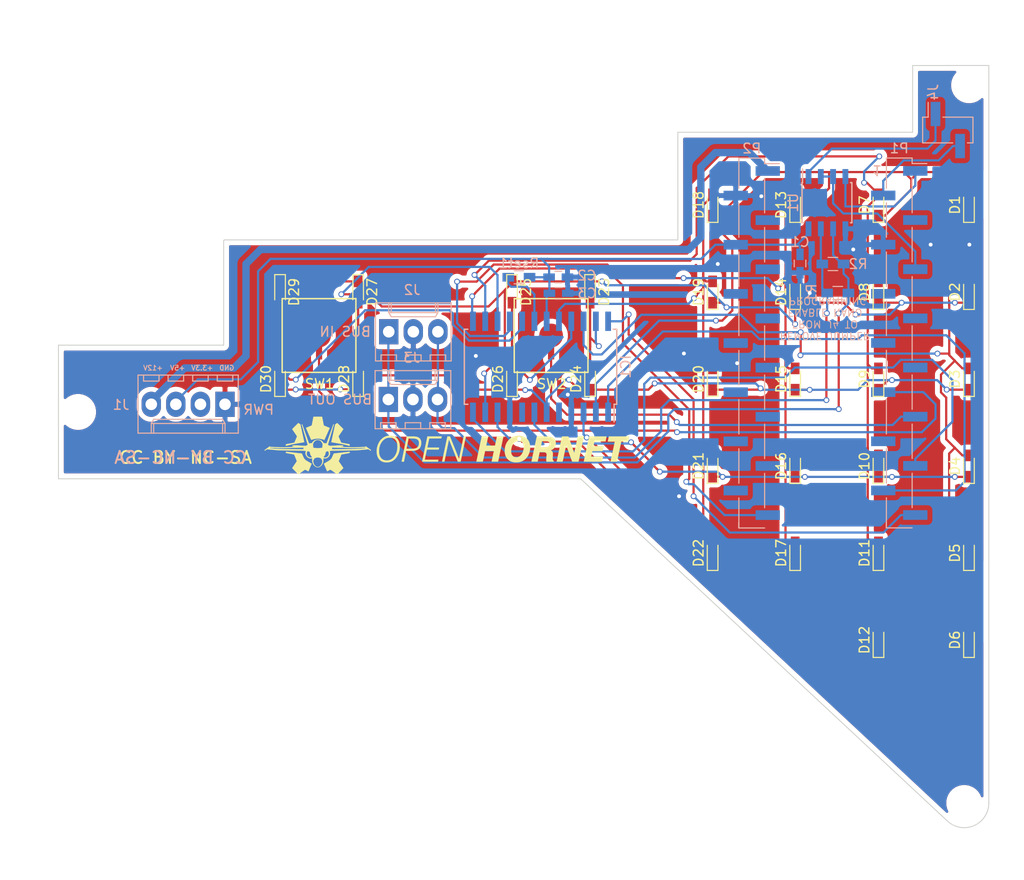
<source format=kicad_pcb>
(kicad_pcb (version 20171130) (host pcbnew "(5.1.4)-1")
  (title_block (title "ABSIS NANO GENERAL I/O") (date 2017-12-26) (rev -) (company "F/A-18C SIMPIT") (comment 1 "JOHN STEENSEN"))
  (layers (0 F.Cu signal) (31 B.Cu signal) (34 B.Paste user) (35 F.Paste user) (36 B.SilkS user) (37 F.SilkS user) (38 B.Mask user) (39 F.Mask user) (44 Edge.Cuts user))
  (net 0 "")
  (net 1 "/1(Tx)")
  (net 2 "/0(Rx)")
  (net 3 GND)
  (net 4 /2)
  (net 5 +5V)
  (net 6 +12V)
  (net 7 "Net-(J2-Pad1)")
  (net 8 "Net-(J2-Pad3)")
  (net 9 /RX_ENABLE)
  (net 10 /Dig0)
  (net 11 /SegDP)
  (net 12 /Dig1)
  (net 13 /Dig2)
  (net 14 /Dig3)
  (net 15 /Dig4)
  (net 16 /Dig5)
  (net 17 /SegA)
  (net 18 /SegB)
  (net 19 /SegC)
  (net 20 /SegD)
  (net 21 /SegE)
  (net 22 /SegF)
  (net 23 /SegG)
  (net 24 "Net-(IC1-Pad18)")
  (net 25 /7)
  (net 26 /8)
  (net 27 "/11(**/MOSI)")
  (net 28 "/10(**/SS)")
  (net 29 "/13(SCK)")
  (net 30 "/12(MISO)")
  (module "KiCAD Libraries:OH_LOGO_37.7mm_5.9mm" (layer F.Cu) (at 81.06 66.12)
    (fp_text reference G*** hide)
    (fp_text value LOGO hide)
  )
  (module "KiCAD Libraries:via0.6" (layer F.Cu) (at 111.06 57.62)
    (fp_text reference REF** hide)
    (fp_text value via0.6 hide)
    (pad 1 thru_hole circle (at 0 0) (size 0.6 0.6) (drill 0.4) (layers *.Cu) (net 3 GND))
  )
  (module "KiCAD Libraries:via0.6" (layer F.Cu) (at 105.56 56.62)
    (fp_text reference REF** hide)
    (fp_text value via0.6 hide)
    (pad 1 thru_hole circle (at 0 0) (size 0.6 0.6) (drill 0.4) (layers *.Cu) (net 3 GND))
  )
  (module "KiCAD Libraries:via0.6" (layer F.Cu) (at 93.56 60.87)
    (fp_text reference REF** hide)
    (fp_text value via0.6 hide)
    (pad 1 thru_hole circle (at 0 0) (size 0.6 0.6) (drill 0.4) (layers *.Cu) (net 3 GND))
  )
  (module "KiCAD Libraries:via0.6" (layer F.Cu) (at 105.06 71.37)
    (fp_text reference REF** hide)
    (fp_text value via0.6 hide)
    (pad 1 thru_hole circle (at 0 0) (size 0.6 0.6) (drill 0.4) (layers *.Cu) (net 3 GND))
  )
  (module "KiCAD Libraries:via0.6" (layer F.Cu) (at 109.06 47.37)
    (fp_text reference REF** hide)
    (fp_text value via0.6 hide)
    (pad 1 thru_hole circle (at 0 0) (size 0.6 0.6) (drill 0.4) (layers *.Cu) (net 3 GND))
  )
  (module "KiCAD Libraries:via0.6" (layer F.Cu) (at 118.56 50.37)
    (fp_text reference REF** hide)
    (fp_text value via0.6 hide)
    (pad 1 thru_hole circle (at 0 0) (size 0.6 0.6) (drill 0.4) (layers *.Cu) (net 3 GND))
  )
  (module "KiCAD Libraries:via0.6" (layer F.Cu) (at 113.56 40.37)
    (fp_text reference REF** hide)
    (fp_text value via0.6 hide)
    (pad 1 thru_hole circle (at 0 0) (size 0.6 0.6) (drill 0.4) (layers *.Cu) (net 3 GND))
  )
  (module "KiCAD Libraries:via0.6" (layer F.Cu) (at 123.06 45.87)
    (fp_text reference REF** hide)
    (fp_text value via0.6 hide)
    (pad 1 thru_hole circle (at 0 0) (size 0.6 0.6) (drill 0.4) (layers *.Cu) (net 3 GND))
  )
  (module "KiCAD Libraries:via0.6" (layer F.Cu) (at 135.06 45.37)
    (fp_text reference REF** hide)
    (fp_text value via0.6 hide)
    (pad 1 thru_hole circle (at 0 0) (size 0.6 0.6) (drill 0.4) (layers *.Cu) (net 3 GND))
  )
  (module "KiCAD Libraries:via0.6" (layer F.Cu) (at 131.06 45.37)
    (fp_text reference REF** hide)
    (fp_text value via0.6 hide)
    (pad 1 thru_hole circle (at 0 0) (size 0.6 0.6) (drill 0.4) (layers *.Cu) (net 3 GND))
  )
  (module LEDs:LED_0603_HandSoldering (layer F.Cu) (at 87.79685 59.258876 90)
    (fp_text reference D26 (at 0 -1.45 90) (layer F.SilkS))
    (fp_text value 2,5)
    (pad 1 smd rect (at -1.1 0 90) (size 1.2 0.9) (layers F.Cu F.Paste F.Mask) (net 13 /Dig2))
    (pad 2 smd rect (at 1.1 0 90) (size 1.2 0.9) (layers F.Cu F.Paste F.Mask) (net 21 /SegE))
  )
  (module Connectors_Molex:Molex_KK-6410-04_04x2.54mm_Straight (layer B.Cu) (at 58.14 61.87 180)
    (fp_text reference J1 (at 10.742 -0.052) (layer B.SilkS) (effects (justify mirror)))
    (fp_text value PWR (at -3.482 -0.56) (layer B.SilkS) (effects (justify mirror)))
    (pad 1 thru_hole rect (at 0 0 180) (size 2 2.6) (drill 1.2) (layers *.Cu *.Mask) (net 3 GND))
    (pad 2 thru_hole oval (at 2.54 0 180) (size 2 2.6) (drill 1.2) (layers *.Cu *.Mask))
    (pad 3 thru_hole oval (at 5.08 0 180) (size 2 2.6) (drill 1.2) (layers *.Cu *.Mask) (net 5 +5V))
    (pad 4 thru_hole oval (at 7.62 0 180) (size 2 2.6) (drill 1.2) (layers *.Cu *.Mask) (net 6 +12V))
  )
  (module Capacitors_SMD:C_0603_HandSoldering (layer B.Cu) (at 117.56 47.32 270)
    (fp_text reference C1 (at -2.225 0) (layer B.SilkS) (effects (justify mirror)))
    (fp_text value 0.1uF)
    (pad 1 smd rect (at -0.95 0 270) (size 1.2 0.75) (layers B.Cu B.Paste B.Mask) (net 5 +5V))
    (pad 2 smd rect (at 0.95 0 270) (size 1.2 0.75) (layers B.Cu B.Paste B.Mask) (net 3 GND))
  )
  (module Resistors_SMD:R_0603_HandSoldering (layer B.Cu) (at 121.46 50.37)
    (fp_text reference R1 (at -2.71 0 270) (layer B.SilkS) (effects (justify mirror)))
    (fp_text value 120)
    (pad 1 smd rect (at -1.1 0) (size 1.2 0.9) (layers B.Cu B.Paste B.Mask) (net 8 "Net-(J2-Pad3)"))
    (pad 2 smd rect (at 1.1 0) (size 1.2 0.9) (layers B.Cu B.Paste B.Mask) (net 7 "Net-(J2-Pad1)"))
  )
  (module Housings_SOIC:SOIC-8_3.9x4.9mm_Pitch1.27mm (layer B.Cu) (at 120.343671 41.033601 270)
    (fp_text reference U1 (at 0 3.5 270) (layer B.SilkS) (effects (justify mirror)))
    (fp_text value MAX487EESA)
    (pad 1 smd rect (at -2.7 1.905 270) (size 1.55 0.6) (layers B.Cu B.Paste B.Mask) (net 9 /RX_ENABLE))
    (pad 2 smd rect (at -2.7 0.635 270) (size 1.55 0.6) (layers B.Cu B.Paste B.Mask) (net 4 /2))
    (pad 3 smd rect (at -2.7 -0.635 270) (size 1.55 0.6) (layers B.Cu B.Paste B.Mask) (net 4 /2))
    (pad 4 smd rect (at -2.7 -1.905 270) (size 1.55 0.6) (layers B.Cu B.Paste B.Mask) (net 1 "/1(Tx)"))
    (pad 5 smd rect (at 2.7 -1.905 270) (size 1.55 0.6) (layers B.Cu B.Paste B.Mask) (net 3 GND))
    (pad 6 smd rect (at 2.7 -0.635 270) (size 1.55 0.6) (layers B.Cu B.Paste B.Mask) (net 7 "Net-(J2-Pad1)"))
    (pad 7 smd rect (at 2.7 0.635 270) (size 1.55 0.6) (layers B.Cu B.Paste B.Mask) (net 8 "Net-(J2-Pad3)"))
    (pad 8 smd rect (at 2.7 1.905 270) (size 1.55 0.6) (layers B.Cu B.Paste B.Mask) (net 5 +5V))
  )
  (module Connectors_Molex:Molex_KK-6410-03_03x2.54mm_Straight (layer B.Cu) (at 75.06 54.37)
    (fp_text reference J2 (at 2.413 -4.318 180) (layer B.SilkS) (effects (justify mirror)))
    (fp_text value "BUS IN" (at -4.5 0) (layer B.SilkS) (effects (justify mirror)))
    (pad 1 thru_hole rect (at 0 0) (size 2 2.6) (drill 1.2) (layers *.Cu *.Mask) (net 7 "Net-(J2-Pad1)"))
    (pad 2 thru_hole oval (at 2.54 0) (size 2 2.6) (drill 1.2) (layers *.Cu *.Mask) (net 3 GND))
    (pad 3 thru_hole oval (at 5.08 0) (size 2 2.6) (drill 1.2) (layers *.Cu *.Mask) (net 8 "Net-(J2-Pad3)"))
  )
  (module Connectors_Molex:Molex_KK-6410-03_03x2.54mm_Straight (layer B.Cu) (at 75.02 61.37)
    (fp_text reference J3 (at 2.413 -4.318) (layer B.SilkS) (effects (justify mirror)))
    (fp_text value "BUS OUT" (at -5 0) (layer B.SilkS) (effects (justify mirror)))
    (pad 1 thru_hole rect (at 0 0) (size 2 2.6) (drill 1.2) (layers *.Cu *.Mask) (net 7 "Net-(J2-Pad1)"))
    (pad 2 thru_hole oval (at 2.54 0) (size 2 2.6) (drill 1.2) (layers *.Cu *.Mask) (net 3 GND))
    (pad 3 thru_hole oval (at 5.08 0) (size 2 2.6) (drill 1.2) (layers *.Cu *.Mask) (net 8 "Net-(J2-Pad3)"))
  )
  (module Mounting_Holes:MountingHole_2.7mm_M2.5_ISO14580 (layer F.Cu) (at 135.03 28.9)
    (fp_text reference MK1 hide)
    (fp_text value Mounting_Hole hide)
    (pad 1 np_thru_hole circle (at 0 0) (size 2.7 2.7) (drill 2.7) (layers *.Cu *.Mask))
  )
  (module Mounting_Holes:MountingHole_2.7mm_M2.5_ISO14580 (layer F.Cu) (at 134.53 103.07)
    (fp_text reference MK2 hide)
    (fp_text value Mounting_Hole hide)
    (pad 1 np_thru_hole circle (at 0 0) (size 2.7 2.7) (drill 2.7) (layers *.Cu *.Mask))
  )
  (module Mounting_Holes:MountingHole_2.7mm_M2.5_ISO14580 (layer F.Cu) (at 42.96 62.66)
    (fp_text reference MK3 hide)
    (fp_text value Mounting_Hole hide)
    (pad 1 np_thru_hole circle (at 0 0) (size 2.7 2.7) (drill 2.7) (layers *.Cu *.Mask))
  )
  (module Capacitors_SMD:C_0603_HandSoldering (layer B.Cu) (at 92.58 48.72)
    (fp_text reference C2 (at 2.95 -0.16) (layer B.SilkS) (effects (justify mirror)))
    (fp_text value 100nF)
    (pad 1 smd rect (at -0.95 0) (size 1.2 0.75) (layers B.Cu B.Paste B.Mask) (net 5 +5V))
    (pad 2 smd rect (at 0.95 0) (size 1.2 0.75) (layers B.Cu B.Paste B.Mask) (net 3 GND))
  )
  (module Capacitors_SMD:C_0603_HandSoldering (layer B.Cu) (at 92.61 50.4)
    (fp_text reference C3 (at 2.95 0) (layer B.SilkS) (effects (justify mirror)))
    (fp_text value 47uF)
    (pad 1 smd rect (at -0.95 0) (size 1.2 0.75) (layers B.Cu B.Paste B.Mask) (net 5 +5V))
    (pad 2 smd rect (at 0.95 0) (size 1.2 0.75) (layers B.Cu B.Paste B.Mask) (net 3 GND))
  )
  (module LEDs:LED_0603_HandSoldering (layer F.Cu) (at 135.01685 41.268876 90)
    (fp_text reference D1 (at 0 -1.45 90) (layer F.SilkS))
    (fp_text value 0,0)
    (pad 1 smd rect (at -1.1 0 90) (size 1.2 0.9) (layers F.Cu F.Paste F.Mask) (net 10 /Dig0))
    (pad 2 smd rect (at 1.1 0 90) (size 1.2 0.9) (layers F.Cu F.Paste F.Mask) (net 11 /SegDP))
  )
  (module LEDs:LED_0603_HandSoldering (layer F.Cu) (at 135.01685 50.268876 90)
    (fp_text reference D2 (at 0 -1.45 90) (layer F.SilkS))
    (fp_text value 1,0)
    (pad 1 smd rect (at -1.1 0 90) (size 1.2 0.9) (layers F.Cu F.Paste F.Mask) (net 12 /Dig1))
    (pad 2 smd rect (at 1.1 0 90) (size 1.2 0.9) (layers F.Cu F.Paste F.Mask) (net 11 /SegDP))
  )
  (module LEDs:LED_0603_HandSoldering (layer F.Cu) (at 135.01685 59.258876 90)
    (fp_text reference D3 (at 0 -1.45 90) (layer F.SilkS))
    (fp_text value 2,0)
    (pad 1 smd rect (at -1.1 0 90) (size 1.2 0.9) (layers F.Cu F.Paste F.Mask) (net 13 /Dig2))
    (pad 2 smd rect (at 1.1 0 90) (size 1.2 0.9) (layers F.Cu F.Paste F.Mask) (net 11 /SegDP))
  )
  (module LEDs:LED_0603_HandSoldering (layer F.Cu) (at 135.01685 68.248876 90)
    (fp_text reference D4 (at 0 -1.45 90) (layer F.SilkS))
    (fp_text value 3,0)
    (pad 1 smd rect (at -1.1 0 90) (size 1.2 0.9) (layers F.Cu F.Paste F.Mask) (net 14 /Dig3))
    (pad 2 smd rect (at 1.1 0 90) (size 1.2 0.9) (layers F.Cu F.Paste F.Mask) (net 11 /SegDP))
  )
  (module LEDs:LED_0603_HandSoldering (layer F.Cu) (at 135.01685 77.238876 90)
    (fp_text reference D5 (at 0 -1.45 90) (layer F.SilkS))
    (fp_text value 4,0)
    (pad 1 smd rect (at -1.1 0 90) (size 1.2 0.9) (layers F.Cu F.Paste F.Mask) (net 15 /Dig4))
    (pad 2 smd rect (at 1.1 0 90) (size 1.2 0.9) (layers F.Cu F.Paste F.Mask) (net 11 /SegDP))
  )
  (module LEDs:LED_0603_HandSoldering (layer F.Cu) (at 135.01685 86.228876 90)
    (fp_text reference D6 (at 0 -1.45 90) (layer F.SilkS))
    (fp_text value 5,0)
    (pad 1 smd rect (at -1.1 0 90) (size 1.2 0.9) (layers F.Cu F.Paste F.Mask) (net 16 /Dig5))
    (pad 2 smd rect (at 1.1 0 90) (size 1.2 0.9) (layers F.Cu F.Paste F.Mask) (net 11 /SegDP))
  )
  (module LEDs:LED_0603_HandSoldering (layer F.Cu) (at 125.66685 41.268876 90)
    (fp_text reference D7 (at 0 -1.45 90) (layer F.SilkS))
    (fp_text value 0,1)
    (pad 1 smd rect (at -1.1 0 90) (size 1.2 0.9) (layers F.Cu F.Paste F.Mask) (net 10 /Dig0))
    (pad 2 smd rect (at 1.1 0 90) (size 1.2 0.9) (layers F.Cu F.Paste F.Mask) (net 17 /SegA))
  )
  (module LEDs:LED_0603_HandSoldering (layer F.Cu) (at 125.66685 50.268876 90)
    (fp_text reference D8 (at 0 -1.45 90) (layer F.SilkS))
    (fp_text value 1,1)
    (pad 1 smd rect (at -1.1 0 90) (size 1.2 0.9) (layers F.Cu F.Paste F.Mask) (net 12 /Dig1))
    (pad 2 smd rect (at 1.1 0 90) (size 1.2 0.9) (layers F.Cu F.Paste F.Mask) (net 17 /SegA))
  )
  (module LEDs:LED_0603_HandSoldering (layer F.Cu) (at 125.66685 59.258876 90)
    (fp_text reference D9 (at 0 -1.45 90) (layer F.SilkS))
    (fp_text value 2,1)
    (pad 1 smd rect (at -1.1 0 90) (size 1.2 0.9) (layers F.Cu F.Paste F.Mask) (net 13 /Dig2))
    (pad 2 smd rect (at 1.1 0 90) (size 1.2 0.9) (layers F.Cu F.Paste F.Mask) (net 17 /SegA))
  )
  (module LEDs:LED_0603_HandSoldering (layer F.Cu) (at 125.66685 68.248876 90)
    (fp_text reference D10 (at 0 -1.45 90) (layer F.SilkS))
    (fp_text value 3,1)
    (pad 1 smd rect (at -1.1 0 90) (size 1.2 0.9) (layers F.Cu F.Paste F.Mask) (net 14 /Dig3))
    (pad 2 smd rect (at 1.1 0 90) (size 1.2 0.9) (layers F.Cu F.Paste F.Mask) (net 17 /SegA))
  )
  (module LEDs:LED_0603_HandSoldering (layer F.Cu) (at 125.66685 77.238876 90)
    (fp_text reference D11 (at 0 -1.45 90) (layer F.SilkS))
    (fp_text value 4,1)
    (pad 1 smd rect (at -1.1 0 90) (size 1.2 0.9) (layers F.Cu F.Paste F.Mask) (net 15 /Dig4))
    (pad 2 smd rect (at 1.1 0 90) (size 1.2 0.9) (layers F.Cu F.Paste F.Mask) (net 17 /SegA))
  )
  (module LEDs:LED_0603_HandSoldering (layer F.Cu) (at 125.66685 86.228876 90)
    (fp_text reference D12 (at 0 -1.45 90) (layer F.SilkS))
    (fp_text value 5,1)
    (pad 1 smd rect (at -1.1 0 90) (size 1.2 0.9) (layers F.Cu F.Paste F.Mask) (net 16 /Dig5))
    (pad 2 smd rect (at 1.1 0 90) (size 1.2 0.9) (layers F.Cu F.Paste F.Mask) (net 17 /SegA))
  )
  (module LEDs:LED_0603_HandSoldering (layer F.Cu) (at 117.05685 41.268876 90)
    (fp_text reference D13 (at 0 -1.45 90) (layer F.SilkS))
    (fp_text value 0,2)
    (pad 1 smd rect (at -1.1 0 90) (size 1.2 0.9) (layers F.Cu F.Paste F.Mask) (net 10 /Dig0))
    (pad 2 smd rect (at 1.1 0 90) (size 1.2 0.9) (layers F.Cu F.Paste F.Mask) (net 18 /SegB))
  )
  (module LEDs:LED_0603_HandSoldering (layer F.Cu) (at 117.05685 50.268876 90)
    (fp_text reference D14 (at 0 -1.45 90) (layer F.SilkS))
    (fp_text value 1,2)
    (pad 1 smd rect (at -1.1 0 90) (size 1.2 0.9) (layers F.Cu F.Paste F.Mask) (net 12 /Dig1))
    (pad 2 smd rect (at 1.1 0 90) (size 1.2 0.9) (layers F.Cu F.Paste F.Mask) (net 18 /SegB))
  )
  (module LEDs:LED_0603_HandSoldering (layer F.Cu) (at 117.05685 59.258876 90)
    (fp_text reference D15 (at 0 -1.45 90) (layer F.SilkS))
    (fp_text value 2,2)
    (pad 1 smd rect (at -1.1 0 90) (size 1.2 0.9) (layers F.Cu F.Paste F.Mask) (net 13 /Dig2))
    (pad 2 smd rect (at 1.1 0 90) (size 1.2 0.9) (layers F.Cu F.Paste F.Mask) (net 18 /SegB))
  )
  (module LEDs:LED_0603_HandSoldering (layer F.Cu) (at 117.05685 68.248876 90)
    (fp_text reference D16 (at 0 -1.45 90) (layer F.SilkS))
    (fp_text value 3,2)
    (pad 1 smd rect (at -1.1 0 90) (size 1.2 0.9) (layers F.Cu F.Paste F.Mask) (net 14 /Dig3))
    (pad 2 smd rect (at 1.1 0 90) (size 1.2 0.9) (layers F.Cu F.Paste F.Mask) (net 18 /SegB))
  )
  (module LEDs:LED_0603_HandSoldering (layer F.Cu) (at 117.05685 77.238876 90)
    (fp_text reference D17 (at 0 -1.45 90) (layer F.SilkS))
    (fp_text value 4,2)
    (pad 1 smd rect (at -1.1 0 90) (size 1.2 0.9) (layers F.Cu F.Paste F.Mask) (net 15 /Dig4))
    (pad 2 smd rect (at 1.1 0 90) (size 1.2 0.9) (layers F.Cu F.Paste F.Mask) (net 18 /SegB))
  )
  (module LEDs:LED_0603_HandSoldering (layer F.Cu) (at 108.52685 41.268876 90)
    (fp_text reference D18 (at 0 -1.45 90) (layer F.SilkS))
    (fp_text value 0,3)
    (pad 1 smd rect (at -1.1 0 90) (size 1.2 0.9) (layers F.Cu F.Paste F.Mask) (net 10 /Dig0))
    (pad 2 smd rect (at 1.1 0 90) (size 1.2 0.9) (layers F.Cu F.Paste F.Mask) (net 19 /SegC))
  )
  (module LEDs:LED_0603_HandSoldering (layer F.Cu) (at 108.52685 50.268876 90)
    (fp_text reference D19 (at 0 -1.45 90) (layer F.SilkS))
    (fp_text value 1.3)
    (pad 1 smd rect (at -1.1 0 90) (size 1.2 0.9) (layers F.Cu F.Paste F.Mask) (net 12 /Dig1))
    (pad 2 smd rect (at 1.1 0 90) (size 1.2 0.9) (layers F.Cu F.Paste F.Mask) (net 19 /SegC))
  )
  (module LEDs:LED_0603_HandSoldering (layer F.Cu) (at 108.52685 59.258876 90)
    (fp_text reference D20 (at 0 -1.45 90) (layer F.SilkS))
    (fp_text value 2,3)
    (pad 1 smd rect (at -1.1 0 90) (size 1.2 0.9) (layers F.Cu F.Paste F.Mask) (net 13 /Dig2))
    (pad 2 smd rect (at 1.1 0 90) (size 1.2 0.9) (layers F.Cu F.Paste F.Mask) (net 19 /SegC))
  )
  (module LEDs:LED_0603_HandSoldering (layer F.Cu) (at 108.52685 68.248876 90)
    (fp_text reference D21 (at 0 -1.45 90) (layer F.SilkS))
    (fp_text value 3,3)
    (pad 1 smd rect (at -1.1 0 90) (size 1.2 0.9) (layers F.Cu F.Paste F.Mask) (net 14 /Dig3))
    (pad 2 smd rect (at 1.1 0 90) (size 1.2 0.9) (layers F.Cu F.Paste F.Mask) (net 19 /SegC))
  )
  (module LEDs:LED_0603_HandSoldering (layer F.Cu) (at 108.52685 77.238876 90)
    (fp_text reference D22 (at 0 -1.45 90) (layer F.SilkS))
    (fp_text value 4,3)
    (pad 1 smd rect (at -1.1 0 90) (size 1.2 0.9) (layers F.Cu F.Paste F.Mask) (net 15 /Dig4))
    (pad 2 smd rect (at 1.1 0 90) (size 1.2 0.9) (layers F.Cu F.Paste F.Mask) (net 19 /SegC))
  )
  (module LEDs:LED_0603_HandSoldering (layer F.Cu) (at 95.86685 50.268876 270)
    (fp_text reference D23 (at 0 -1.45 270) (layer F.SilkS))
    (fp_text value 1.4)
    (pad 1 smd rect (at -1.1 0 270) (size 1.2 0.9) (layers F.Cu F.Paste F.Mask) (net 12 /Dig1))
    (pad 2 smd rect (at 1.1 0 270) (size 1.2 0.9) (layers F.Cu F.Paste F.Mask) (net 20 /SegD))
  )
  (module LEDs:LED_0603_HandSoldering (layer F.Cu) (at 95.86685 59.258876 90)
    (fp_text reference D24 (at 0 -1.45 90) (layer F.SilkS))
    (fp_text value 2,4)
    (pad 1 smd rect (at -1.1 0 90) (size 1.2 0.9) (layers F.Cu F.Paste F.Mask) (net 13 /Dig2))
    (pad 2 smd rect (at 1.1 0 90) (size 1.2 0.9) (layers F.Cu F.Paste F.Mask) (net 20 /SegD))
  )
  (module LEDs:LED_0603_HandSoldering (layer F.Cu) (at 87.79685 50.268876 270)
    (fp_text reference D25 (at 0 -1.45 270) (layer F.SilkS))
    (fp_text value 1.5)
    (pad 1 smd rect (at -1.1 0 270) (size 1.2 0.9) (layers F.Cu F.Paste F.Mask) (net 12 /Dig1))
    (pad 2 smd rect (at 1.1 0 270) (size 1.2 0.9) (layers F.Cu F.Paste F.Mask) (net 21 /SegE))
  )
  (module LEDs:LED_0603_HandSoldering (layer F.Cu) (at 71.89685 50.268876 270)
    (fp_text reference D27 (at 0 -1.45 270) (layer F.SilkS))
    (fp_text value 1.6)
    (pad 1 smd rect (at -1.1 0 270) (size 1.2 0.9) (layers F.Cu F.Paste F.Mask) (net 12 /Dig1))
    (pad 2 smd rect (at 1.1 0 270) (size 1.2 0.9) (layers F.Cu F.Paste F.Mask) (net 22 /SegF))
  )
  (module LEDs:LED_0603_HandSoldering (layer F.Cu) (at 71.89685 59.258876 90)
    (fp_text reference D28 (at 0 -1.45 90) (layer F.SilkS))
    (fp_text value 2,6)
    (pad 1 smd rect (at -1.1 0 90) (size 1.2 0.9) (layers F.Cu F.Paste F.Mask) (net 13 /Dig2))
    (pad 2 smd rect (at 1.1 0 90) (size 1.2 0.9) (layers F.Cu F.Paste F.Mask) (net 22 /SegF))
  )
  (module LEDs:LED_0603_HandSoldering (layer F.Cu) (at 63.82685 50.268876 270)
    (fp_text reference D29 (at 0 -1.45 270) (layer F.SilkS))
    (fp_text value 1.7)
    (pad 1 smd rect (at -1.1 0 270) (size 1.2 0.9) (layers F.Cu F.Paste F.Mask) (net 12 /Dig1))
    (pad 2 smd rect (at 1.1 0 270) (size 1.2 0.9) (layers F.Cu F.Paste F.Mask) (net 23 /SegG))
  )
  (module LEDs:LED_0603_HandSoldering (layer F.Cu) (at 63.82685 59.258876 90)
    (fp_text reference D30 (at 0 -1.45 90) (layer F.SilkS))
    (fp_text value 2,7)
    (pad 1 smd rect (at -1.1 0 90) (size 1.2 0.9) (layers F.Cu F.Paste F.Mask) (net 13 /Dig2))
    (pad 2 smd rect (at 1.1 0 90) (size 1.2 0.9) (layers F.Cu F.Paste F.Mask) (net 23 /SegG))
  )
  (module Housings_SOIC:SOIC-24W_7.5x15.4mm_Pitch1.27mm (layer B.Cu) (at 90.745 57.99 90)
    (fp_text reference IC1 (at 0 8.8 90) (layer B.SilkS) (effects (justify mirror)))
    (fp_text value MAX7219)
    (pad 1 smd rect (at -4.7 6.985 90) (size 2 0.6) (layers B.Cu B.Paste B.Mask) (net 27 "/11(**/MOSI)"))
    (pad 2 smd rect (at -4.7 5.715 90) (size 2 0.6) (layers B.Cu B.Paste B.Mask) (net 10 /Dig0))
    (pad 3 smd rect (at -4.7 4.445 90) (size 2 0.6) (layers B.Cu B.Paste B.Mask) (net 15 /Dig4))
    (pad 4 smd rect (at -4.7 3.175 90) (size 2 0.6) (layers B.Cu B.Paste B.Mask) (net 3 GND))
    (pad 5 smd rect (at -4.7 1.905 90) (size 2 0.6) (layers B.Cu B.Paste B.Mask))
    (pad 6 smd rect (at -4.7 0.635 90) (size 2 0.6) (layers B.Cu B.Paste B.Mask) (net 13 /Dig2))
    (pad 7 smd rect (at -4.7 -0.635 90) (size 2 0.6) (layers B.Cu B.Paste B.Mask) (net 14 /Dig3))
    (pad 8 smd rect (at -4.7 -1.905 90) (size 2 0.6) (layers B.Cu B.Paste B.Mask))
    (pad 9 smd rect (at -4.7 -3.175 90) (size 2 0.6) (layers B.Cu B.Paste B.Mask) (net 3 GND))
    (pad 10 smd rect (at -4.7 -4.445 90) (size 2 0.6) (layers B.Cu B.Paste B.Mask) (net 16 /Dig5))
    (pad 11 smd rect (at -4.7 -5.715 90) (size 2 0.6) (layers B.Cu B.Paste B.Mask) (net 12 /Dig1))
    (pad 12 smd rect (at -4.7 -6.985 90) (size 2 0.6) (layers B.Cu B.Paste B.Mask) (net 28 "/10(**/SS)"))
    (pad 13 smd rect (at 4.7 -6.985 90) (size 2 0.6) (layers B.Cu B.Paste B.Mask) (net 29 "/13(SCK)"))
    (pad 14 smd rect (at 4.7 -5.715 90) (size 2 0.6) (layers B.Cu B.Paste B.Mask) (net 17 /SegA))
    (pad 15 smd rect (at 4.7 -4.445 90) (size 2 0.6) (layers B.Cu B.Paste B.Mask) (net 22 /SegF))
    (pad 16 smd rect (at 4.7 -3.175 90) (size 2 0.6) (layers B.Cu B.Paste B.Mask) (net 18 /SegB))
    (pad 17 smd rect (at 4.7 -1.905 90) (size 2 0.6) (layers B.Cu B.Paste B.Mask) (net 23 /SegG))
    (pad 18 smd rect (at 4.7 -0.635 90) (size 2 0.6) (layers B.Cu B.Paste B.Mask) (net 24 "Net-(IC1-Pad18)"))
    (pad 19 smd rect (at 4.7 0.635 90) (size 2 0.6) (layers B.Cu B.Paste B.Mask) (net 5 +5V))
    (pad 20 smd rect (at 4.7 1.905 90) (size 2 0.6) (layers B.Cu B.Paste B.Mask) (net 19 /SegC))
    (pad 21 smd rect (at 4.7 3.175 90) (size 2 0.6) (layers B.Cu B.Paste B.Mask) (net 21 /SegE))
    (pad 22 smd rect (at 4.7 4.445 90) (size 2 0.6) (layers B.Cu B.Paste B.Mask) (net 11 /SegDP))
    (pad 23 smd rect (at 4.7 5.715 90) (size 2 0.6) (layers B.Cu B.Paste B.Mask) (net 20 /SegD))
    (pad 24 smd rect (at 4.7 6.985 90) (size 2 0.6) (layers B.Cu B.Paste B.Mask) (net 30 "/12(MISO)"))
  )
  (module Resistors_SMD:R_0603_HandSoldering (layer B.Cu) (at 120.96 47.37)
    (fp_text reference R2 (at 2.6 0) (layer B.SilkS) (effects (justify mirror)))
    (fp_text value 120)
    (pad 1 smd rect (at -1.1 0) (size 1.2 0.9) (layers B.Cu B.Paste B.Mask) (net 8 "Net-(J2-Pad3)"))
    (pad 2 smd rect (at 1.1 0) (size 1.2 0.9) (layers B.Cu B.Paste B.Mask) (net 7 "Net-(J2-Pad1)"))
  )
  (module Resistors_SMD:R_0603_HandSoldering (layer B.Cu) (at 88.51 48.74 180)
    (fp_text reference Rset1 (at 0 1.45 180) (layer B.SilkS) (effects (justify mirror)))
    (fp_text value 30K)
    (pad 1 smd rect (at -1.1 0 180) (size 1.2 0.9) (layers B.Cu B.Paste B.Mask) (net 5 +5V))
    (pad 2 smd rect (at 1.1 0 180) (size 1.2 0.9) (layers B.Cu B.Paste B.Mask) (net 24 "Net-(IC1-Pad18)"))
  )
  (module "KiCAD Libraries:SWITCH_SNAP_DOME_6.3mm_DIA_SINGLE_SIDE_PCB" (layer F.Cu) (at 67.85685 54.758876 270)
    (fp_text reference SW1 (at 5.008 -0.056) (layer F.SilkS))
    (fp_text value "IN SWTCH")
    (pad 2 smd trapezoid (at 2.15 2.4 90) (size 1 1.09) (rect_delta 0 0.625) (layers F.Cu F.Paste F.Mask) (net 3 GND))
    (pad 2 smd trapezoid (at -2.15 2.4 90) (size 1 1.09) (rect_delta 0 0.625) (layers F.Cu F.Paste F.Mask) (net 3 GND))
    (pad 2 smd trapezoid (at 2.15 -2.4 270) (size 1 1.09) (rect_delta 0 0.625) (layers F.Cu F.Paste F.Mask) (net 3 GND))
    (pad 2 smd rect (at 2.4 1.6 270) (size 1.09 0.608) (layers F.Cu F.Paste F.Mask) (net 3 GND))
    (pad 2 smd rect (at 0 -2.415 270) (size 3.92 1.09) (layers F.Cu F.Paste F.Mask) (net 3 GND))
    (pad 1 smd circle (at 0 0 270) (size 2.45 2.45) (layers F.Cu F.Paste F.Mask) (net 25 /7))
    (pad 1 smd rect (at 1.25 0 270) (size 2.45 0.64) (layers F.Cu F.Paste F.Mask) (net 25 /7))
    (pad 2 smd rect (at 0 2.415 270) (size 3.92 1.09) (layers F.Cu F.Paste F.Mask) (net 3 GND))
    (pad 2 smd rect (at -2.415 0 270) (size 1.09 3.92) (layers F.Cu F.Paste F.Mask) (net 3 GND))
    (pad 2 smd rect (at 2.4 -1.6 270) (size 1.09 0.608) (layers F.Cu F.Paste F.Mask) (net 3 GND))
    (pad 2 smd trapezoid (at -2.15 -2.45 270) (size 1 1.09) (rect_delta 0 0.625) (layers F.Cu F.Paste F.Mask) (net 3 GND))
  )
  (module "KiCAD Libraries:SWITCH_SNAP_DOME_6.3mm_DIA_SINGLE_SIDE_PCB" (layer F.Cu) (at 91.83685 54.758876 270)
    (fp_text reference SW2 (at 5.008 -0.056) (layer F.SilkS))
    (fp_text value "OUT SWTCH")
    (pad 2 smd trapezoid (at 2.15 2.4 90) (size 1 1.09) (rect_delta 0 0.625) (layers F.Cu F.Paste F.Mask) (net 3 GND))
    (pad 2 smd trapezoid (at -2.15 2.4 90) (size 1 1.09) (rect_delta 0 0.625) (layers F.Cu F.Paste F.Mask) (net 3 GND))
    (pad 2 smd trapezoid (at 2.15 -2.4 270) (size 1 1.09) (rect_delta 0 0.625) (layers F.Cu F.Paste F.Mask) (net 3 GND))
    (pad 2 smd rect (at 2.4 1.6 270) (size 1.09 0.608) (layers F.Cu F.Paste F.Mask) (net 3 GND))
    (pad 2 smd rect (at 0 -2.415 270) (size 3.92 1.09) (layers F.Cu F.Paste F.Mask) (net 3 GND))
    (pad 1 smd circle (at 0 0 270) (size 2.45 2.45) (layers F.Cu F.Paste F.Mask) (net 26 /8))
    (pad 1 smd rect (at 1.25 0 270) (size 2.45 0.64) (layers F.Cu F.Paste F.Mask) (net 26 /8))
    (pad 2 smd rect (at 0 2.415 270) (size 3.92 1.09) (layers F.Cu F.Paste F.Mask) (net 3 GND))
    (pad 2 smd rect (at -2.415 0 270) (size 1.09 3.92) (layers F.Cu F.Paste F.Mask) (net 3 GND))
    (pad 2 smd rect (at 2.4 -1.6 270) (size 1.09 0.608) (layers F.Cu F.Paste F.Mask) (net 3 GND))
    (pad 2 smd trapezoid (at -2.15 -2.45 270) (size 1 1.09) (rect_delta 0 0.625) (layers F.Cu F.Paste F.Mask) (net 3 GND))
  )
  (module Pin_Headers:Pin_Header_Straight_1x15_Pitch2.54mm_SMD_Pin1Left (layer B.Cu) (at 127.815 55.53 180)
    (fp_text reference P1 (at 0 20.11 180) (layer B.SilkS) (effects (justify mirror)))
    (fp_text value Digital)
    (pad 1 smd rect (at -1.655 17.78 180) (size 2.51 1) (layers B.Cu B.Paste B.Mask) (net 1 "/1(Tx)"))
    (pad 3 smd rect (at -1.655 12.7 180) (size 2.51 1) (layers B.Cu B.Paste B.Mask))
    (pad 5 smd rect (at -1.655 7.62 180) (size 2.51 1) (layers B.Cu B.Paste B.Mask) (net 4 /2))
    (pad 7 smd rect (at -1.655 2.54 180) (size 2.51 1) (layers B.Cu B.Paste B.Mask))
    (pad 9 smd rect (at -1.655 -2.54 180) (size 2.51 1) (layers B.Cu B.Paste B.Mask))
    (pad 11 smd rect (at -1.655 -7.62 180) (size 2.51 1) (layers B.Cu B.Paste B.Mask) (net 26 /8))
    (pad 13 smd rect (at -1.655 -12.7 180) (size 2.51 1) (layers B.Cu B.Paste B.Mask) (net 28 "/10(**/SS)"))
    (pad 15 smd rect (at -1.655 -17.78 180) (size 2.51 1) (layers B.Cu B.Paste B.Mask) (net 30 "/12(MISO)"))
    (pad 2 smd rect (at 1.655 15.24 180) (size 2.51 1) (layers B.Cu B.Paste B.Mask) (net 2 "/0(Rx)"))
    (pad 4 smd rect (at 1.655 10.16 180) (size 2.51 1) (layers B.Cu B.Paste B.Mask) (net 3 GND))
    (pad 6 smd rect (at 1.655 5.08 180) (size 2.51 1) (layers B.Cu B.Paste B.Mask))
    (pad 8 smd rect (at 1.655 0 180) (size 2.51 1) (layers B.Cu B.Paste B.Mask))
    (pad 10 smd rect (at 1.655 -5.08 180) (size 2.51 1) (layers B.Cu B.Paste B.Mask) (net 25 /7))
    (pad 12 smd rect (at 1.655 -10.16 180) (size 2.51 1) (layers B.Cu B.Paste B.Mask))
    (pad 14 smd rect (at 1.655 -15.24 180) (size 2.51 1) (layers B.Cu B.Paste B.Mask) (net 27 "/11(**/MOSI)"))
  )
  (module Pin_Headers:Pin_Header_Straight_1x15_Pitch2.54mm_SMD_Pin1Left (layer B.Cu) (at 112.57 55.54 180)
    (fp_text reference P2 (at 0 20.11 180) (layer B.SilkS) (effects (justify mirror)))
    (fp_text value Analog)
    (pad 1 smd rect (at -1.655 17.78 180) (size 2.51 1) (layers B.Cu B.Paste B.Mask) (net 6 +12V))
    (pad 3 smd rect (at -1.655 12.7 180) (size 2.51 1) (layers B.Cu B.Paste B.Mask))
    (pad 5 smd rect (at -1.655 7.62 180) (size 2.51 1) (layers B.Cu B.Paste B.Mask))
    (pad 7 smd rect (at -1.655 2.54 180) (size 2.51 1) (layers B.Cu B.Paste B.Mask))
    (pad 9 smd rect (at -1.655 -2.54 180) (size 2.51 1) (layers B.Cu B.Paste B.Mask))
    (pad 11 smd rect (at -1.655 -7.62 180) (size 2.51 1) (layers B.Cu B.Paste B.Mask))
    (pad 13 smd rect (at -1.655 -12.7 180) (size 2.51 1) (layers B.Cu B.Paste B.Mask))
    (pad 15 smd rect (at -1.655 -17.78 180) (size 2.51 1) (layers B.Cu B.Paste B.Mask) (net 29 "/13(SCK)"))
    (pad 2 smd rect (at 1.655 15.24 180) (size 2.51 1) (layers B.Cu B.Paste B.Mask) (net 3 GND))
    (pad 4 smd rect (at 1.655 10.16 180) (size 2.51 1) (layers B.Cu B.Paste B.Mask) (net 5 +5V))
    (pad 6 smd rect (at 1.655 5.08 180) (size 2.51 1) (layers B.Cu B.Paste B.Mask))
    (pad 8 smd rect (at 1.655 0 180) (size 2.51 1) (layers B.Cu B.Paste B.Mask))
    (pad 10 smd rect (at 1.655 -5.08 180) (size 2.51 1) (layers B.Cu B.Paste B.Mask))
    (pad 12 smd rect (at 1.655 -10.16 180) (size 2.51 1) (layers B.Cu B.Paste B.Mask))
    (pad 14 smd rect (at 1.655 -15.24 180) (size 2.51 1) (layers B.Cu B.Paste B.Mask))
  )
  (module Pin_Headers:Pin_Header_Straight_1x02_Pitch2.54mm_SMD_Pin1Left (layer B.Cu) (at 132.83 33.525 270)
    (fp_text reference J4 (at -3.905 1.52 270) (layer B.SilkS) (effects (justify mirror)))
    (fp_text value "PGM ENBLE")
    (pad 1 smd rect (at -1.655 1.27 270) (size 2.51 1) (layers B.Cu B.Paste B.Mask) (net 9 /RX_ENABLE))
    (pad 2 smd rect (at 1.655 -1.27 270) (size 2.51 1) (layers B.Cu B.Paste B.Mask) (net 2 "/0(Rx)"))
  )
  (module "KiCAD Libraries:via0.6" (layer F.Cu) (at 84.06 56.87)
    (fp_text reference REF** hide)
    (fp_text value via0.6 hide)
    (pad 1 thru_hole circle (at 0 0) (size 0.6 0.6) (drill 0.4) (layers *.Cu) (net 3 GND))
  )
  (gr_text "CC BY-NC-SA" (at 54.06 67.37) (layer F.SilkS) (effects (font (size 1.25 1.25) (thickness 0.2))))
  (gr_text "CC BY-NC-SA" (at 53.56 67.37) (layer B.SilkS) (effects (font (size 1.25 1.25) (thickness 0.2)) (justify mirror)))
  (gr_line (start 40.92735 55.76) (end 58 55.76) (layer Edge.Cuts) (width 0.1))
  (gr_line (start 40.92735 55.76) (end 40.92735 69.560778) (layer Edge.Cuts) (width 0.1))
  (gr_line (start 58.103042 44.878328) (end 104.93535 44.878328) (layer Edge.Cuts) (width 0.1))
  (gr_line (start 94.883628 69.560778) (end 132.793454 104.935935) (layer Edge.Cuts) (width 0.1))
  (gr_line (start 129.2 26.86) (end 129.19235 33.76) (layer Edge.Cuts) (width 0.1))
  (gr_arc (start 134.52635 103.078875) (end 132.793454 104.935935) (angle -133.0191311) (layer Edge.Cuts) (width 0.1))
  (gr_line (start 104.93535 44.878328) (end 104.93 33.76) (layer Edge.Cuts) (width 0.1))
  (gr_line (start 129.19235 33.76) (end 104.93 33.76) (layer Edge.Cuts) (width 0.1))
  (gr_line (start 137.06635 103.078875) (end 137.06635 26.857028) (layer Edge.Cuts) (width 0.1))
  (gr_line (start 137.06635 26.857028) (end 129.2 26.86) (layer Edge.Cuts) (width 0.1))
  (gr_line (start 40.92735 69.560778) (end 94.883628 69.560778) (layer Edge.Cuts) (width 0.1))
  (gr_line (start 58.103042 44.878328) (end 58 44.934211) (layer Edge.Cuts) (width 0.1))
  (gr_line (start 58 55.76) (end 58 44.934211) (layer Edge.Cuts) (width 0.1))
  (gr_text "REMOVE JUMPER \nFROM J4 TO \nENABLE NANO \nPROGRAMMING" (at 120.42 52.98 180) (layer B.SilkS) (effects (font (size 0.75 0.75) (thickness 0.1)) (justify mirror)))
  (gr_text GND (at 58.32 58.112) (layer B.SilkS) (effects (font (size 0.5 0.5) (thickness 0.1)) (justify mirror)))
  (gr_text +3.3V (at 55.78 58.112) (layer B.SilkS) (effects (font (size 0.5 0.5) (thickness 0.1)) (justify mirror)))
  (gr_text +5V (at 53.24 58.112) (layer B.SilkS) (effects (font (size 0.5 0.5) (thickness 0.1)) (justify mirror)))
  (gr_text +12V (at 50.7 58.112) (layer B.SilkS) (effects (font (size 0.5 0.5) (thickness 0.1)) (justify mirror)))
  (gr_text 1 (at 125.529476 37.689208 180) (layer B.SilkS) (effects (font (size 1 1)) (justify mirror)))
  (segment (start 122.248671 38.808601) (end 122.248671 38.333601) (width 0.2286) (layer B.Cu) (net 1))
  (segment (start 129.47 37.75) (end 129.47 39.260782) (width 0.2286) (layer B.Cu) (net 1))
  (segment (start 129.47 39.260782) (end 127.307089 41.423693) (width 0.2286) (layer B.Cu) (net 1))
  (segment (start 127.307089 41.423693) (end 122.248671 41.423693) (width 0.2286) (layer B.Cu) (net 1))
  (segment (start 122.248671 41.423693) (end 122.248671 38.808601) (width 0.2286) (layer B.Cu) (net 1))
  (segment (start 126.16 39.5614) (end 126.16 40.29) (width 0.2286) (layer B.Cu) (net 2))
  (segment (start 128.275619 36.6636) (end 126.16 38.779219) (width 0.2286) (layer B.Cu) (net 2))
  (segment (start 131.8878 36.6636) (end 128.275619 36.6636) (width 0.2286) (layer B.Cu) (net 2))
  (segment (start 134.1 35.18) (end 133.3714 35.18) (width 0.2286) (layer B.Cu) (net 2))
  (segment (start 133.3714 35.18) (end 131.8878 36.6636) (width 0.2286) (layer B.Cu) (net 2))
  (segment (start 126.16 38.779219) (end 126.16 39.5614) (width 0.2286) (layer B.Cu) (net 2))
  (segment (start 58.14 61.87) (end 60.15 61.87) (width 0.2286) (layer B.Cu) (net 3))
  (segment (start 65.45685 56.908876) (end 66.00685 56.908876) (width 0.2286) (layer F.Cu) (net 3))
  (segment (start 66.00685 56.908876) (end 66.25685 57.158876) (width 0.2286) (layer F.Cu) (net 3))
  (segment (start 65.44185 54.758876) (end 65.44185 56.893876) (width 0.2286) (layer F.Cu) (net 3))
  (segment (start 65.44185 56.893876) (end 65.45685 56.908876) (width 0.2286) (layer F.Cu) (net 3))
  (segment (start 65.45685 52.608876) (end 65.45685 54.743876) (width 0.2286) (layer F.Cu) (net 3))
  (segment (start 65.45685 54.743876) (end 65.44185 54.758876) (width 0.2286) (layer F.Cu) (net 3))
  (segment (start 67.85685 52.343876) (end 65.66825 52.343876) (width 0.2286) (layer F.Cu) (net 3))
  (segment (start 65.66825 52.343876) (end 65.45685 52.555276) (width 0.2286) (layer F.Cu) (net 3))
  (segment (start 65.45685 52.555276) (end 65.45685 52.608876) (width 0.2286) (layer F.Cu) (net 3))
  (segment (start 70.30685 52.608876) (end 68.12185 52.608876) (width 0.2286) (layer F.Cu) (net 3))
  (segment (start 68.12185 52.608876) (end 67.85685 52.343876) (width 0.2286) (layer F.Cu) (net 3))
  (segment (start 70.27185 54.758876) (end 70.27185 52.643876) (width 0.2286) (layer F.Cu) (net 3))
  (segment (start 70.27185 52.643876) (end 70.30685 52.608876) (width 0.2286) (layer F.Cu) (net 3))
  (segment (start 70.25685 56.908876) (end 70.25685 54.773876) (width 0.2286) (layer F.Cu) (net 3))
  (segment (start 70.25685 54.773876) (end 70.27185 54.758876) (width 0.2286) (layer F.Cu) (net 3))
  (segment (start 69.45685 57.158876) (end 70.00685 57.158876) (width 0.2286) (layer F.Cu) (net 3))
  (segment (start 70.00685 57.158876) (end 70.25685 56.908876) (width 0.2286) (layer F.Cu) (net 3))
  (segment (start 94.28685 52.608876) (end 92.10185 52.608876) (width 0.2286) (layer F.Cu) (net 3))
  (segment (start 92.10185 52.608876) (end 91.83685 52.343876) (width 0.2286) (layer F.Cu) (net 3))
  (segment (start 94.25185 54.758876) (end 94.25185 52.643876) (width 0.2286) (layer F.Cu) (net 3))
  (segment (start 94.25185 52.643876) (end 94.28685 52.608876) (width 0.2286) (layer F.Cu) (net 3))
  (segment (start 94.23685 56.908876) (end 94.23685 54.773876) (width 0.2286) (layer F.Cu) (net 3))
  (segment (start 94.23685 54.773876) (end 94.25185 54.758876) (width 0.2286) (layer F.Cu) (net 3))
  (segment (start 93.43685 57.158876) (end 93.98685 57.158876) (width 0.2286) (layer F.Cu) (net 3))
  (segment (start 93.98685 57.158876) (end 94.23685 56.908876) (width 0.2286) (layer F.Cu) (net 3))
  (segment (start 89.43685 56.908876) (end 89.98685 56.908876) (width 0.2286) (layer F.Cu) (net 3))
  (segment (start 89.98685 56.908876) (end 90.23685 57.158876) (width 0.2286) (layer F.Cu) (net 3))
  (segment (start 89.42185 54.758876) (end 89.42185 56.893876) (width 0.2286) (layer F.Cu) (net 3))
  (segment (start 89.42185 56.893876) (end 89.43685 56.908876) (width 0.2286) (layer F.Cu) (net 3))
  (segment (start 89.43685 52.608876) (end 89.43685 54.743876) (width 0.2286) (layer F.Cu) (net 3))
  (segment (start 89.43685 54.743876) (end 89.42185 54.758876) (width 0.2286) (layer F.Cu) (net 3))
  (segment (start 91.83685 52.343876) (end 89.64825 52.343876) (width 0.2286) (layer F.Cu) (net 3))
  (segment (start 89.64825 52.343876) (end 89.43685 52.555276) (width 0.2286) (layer F.Cu) (net 3))
  (segment (start 89.43685 52.555276) (end 89.43685 52.608876) (width 0.2286) (layer F.Cu) (net 3))
  (segment (start 129.47 47.91) (end 129.47 46.07) (width 0.2286) (layer B.Cu) (net 4))
  (segment (start 120.978671 41.094053) (end 120.978671 39.337201) (width 0.2286) (layer B.Cu) (net 4))
  (segment (start 129.47 46.07) (end 125.550306 42.150306) (width 0.2286) (layer B.Cu) (net 4))
  (segment (start 125.550306 42.150306) (end 122.034924 42.150306) (width 0.2286) (layer B.Cu) (net 4))
  (segment (start 120.978671 39.337201) (end 120.978671 38.333601) (width 0.2286) (layer B.Cu) (net 4))
  (segment (start 122.034924 42.150306) (end 120.978671 41.094053) (width 0.2286) (layer B.Cu) (net 4))
  (segment (start 120.978671 38.333601) (end 119.708671 38.333601) (width 0.2286) (layer B.Cu) (net 4))
  (segment (start 72.31 46.841827) (end 90.832 46.841827) (width 0.2286) (layer B.Cu) (net 5))
  (segment (start 61.56 48.12) (end 62.838173 46.841827) (width 0.2286) (layer B.Cu) (net 5))
  (segment (start 62.838173 46.841827) (end 72.31 46.841827) (width 0.2286) (layer B.Cu) (net 5))
  (segment (start 59.77 59.29) (end 61.56 57.5) (width 0.2286) (layer B.Cu) (net 5))
  (segment (start 61.56 57.5) (end 61.56 48.12) (width 0.2286) (layer B.Cu) (net 5))
  (segment (start 90.832 46.841827) (end 91.471549 46.841827) (width 0.2286) (layer B.Cu) (net 5))
  (segment (start 91.471549 46.841827) (end 91.478075 46.848353) (width 0.2286) (layer B.Cu) (net 5))
  (segment (start 91.478075 46.848353) (end 107.338269 46.848353) (width 0.2286) (layer B.Cu) (net 5))
  (segment (start 107.338269 46.848353) (end 108.806622 45.38) (width 0.2286) (layer B.Cu) (net 5))
  (segment (start 108.806622 45.38) (end 110.915 45.38) (width 0.2286) (layer B.Cu) (net 5))
  (segment (start 91.63 48.72) (end 91.63 47.639827) (width 0.2286) (layer B.Cu) (net 5))
  (segment (start 91.63 47.639827) (end 90.832 46.841827) (width 0.2286) (layer B.Cu) (net 5))
  (segment (start 53.06 61.87) (end 53.06 61.57) (width 0.2286) (layer B.Cu) (net 5))
  (segment (start 53.06 61.57) (end 55.34 59.29) (width 0.2286) (layer B.Cu) (net 5))
  (segment (start 55.34 59.29) (end 59.77 59.29) (width 0.2286) (layer B.Cu) (net 5))
  (segment (start 89.61 48.74) (end 91.61 48.74) (width 0.2286) (layer B.Cu) (net 5))
  (segment (start 91.61 48.74) (end 91.63 48.72) (width 0.2286) (layer B.Cu) (net 5))
  (segment (start 91.66 50.4) (end 91.66 48.75) (width 0.2286) (layer B.Cu) (net 5))
  (segment (start 91.66 48.75) (end 91.63 48.72) (width 0.2286) (layer B.Cu) (net 5))
  (segment (start 91.38 53.29) (end 91.38 50.68) (width 0.2286) (layer B.Cu) (net 5))
  (segment (start 91.38 50.68) (end 91.66 50.4) (width 0.2286) (layer B.Cu) (net 5))
  (segment (start 53.06 62.17) (end 53.06 61.87) (width 0.2286) (layer B.Cu) (net 5))
  (segment (start 117.56 46.37) (end 117.56 45.5414) (width 0.2286) (layer B.Cu) (net 5))
  (segment (start 117.56 45.5414) (end 117.3986 45.38) (width 0.2286) (layer B.Cu) (net 5))
  (segment (start 117.3986 45.38) (end 117.267272 45.38) (width 0.2286) (layer B.Cu) (net 5))
  (segment (start 110.915 45.38) (end 117.267272 45.38) (width 0.2286) (layer B.Cu) (net 5))
  (segment (start 117.267272 45.38) (end 118.438671 44.208601) (width 0.2286) (layer B.Cu) (net 5))
  (segment (start 118.438671 44.208601) (end 118.438671 43.733601) (width 0.2286) (layer B.Cu) (net 5))
  (segment (start 107.31 44.62) (end 107.31 37.36) (width 0.762) (layer B.Cu) (net 6))
  (segment (start 107.31 37.36) (end 108.81 35.86) (width 0.762) (layer B.Cu) (net 6))
  (segment (start 106.06 45.87) (end 107.31 44.62) (width 0.762) (layer B.Cu) (net 6))
  (segment (start 61.81 45.87) (end 106.06 45.87) (width 0.762) (layer B.Cu) (net 6))
  (segment (start 60.31 47.37) (end 61.81 45.87) (width 0.762) (layer B.Cu) (net 6))
  (segment (start 60.31 56.87) (end 60.31 47.37) (width 0.762) (layer B.Cu) (net 6))
  (segment (start 59.06 58.12) (end 60.31 56.87) (width 0.762) (layer B.Cu) (net 6))
  (segment (start 53.97 58.12) (end 59.06 58.12) (width 0.762) (layer B.Cu) (net 6))
  (segment (start 50.52 61.87) (end 50.52 61.57) (width 0.762) (layer B.Cu) (net 6))
  (segment (start 50.52 61.57) (end 53.97 58.12) (width 0.762) (layer B.Cu) (net 6))
  (segment (start 108.81 35.86) (end 112.325 35.86) (width 0.762) (layer B.Cu) (net 6))
  (segment (start 112.325 35.86) (end 114.225 37.76) (width 0.762) (layer B.Cu) (net 6))
  (segment (start 75.02 61.37) (end 75.02 63.83) (width 0.2286) (layer B.Cu) (net 7))
  (segment (start 75.02 63.83) (end 75.06 63.87) (width 0.2286) (layer B.Cu) (net 7))
  (segment (start 75.06 63.87) (end 75.06 64.17) (width 0.2286) (layer B.Cu) (net 7))
  (segment (start 75.06 64.17) (end 78.76 67.87) (width 0.2286) (layer B.Cu) (net 7))
  (segment (start 78.76 67.87) (end 100.748634 67.87) (width 0.2286) (layer B.Cu) (net 7))
  (segment (start 100.748634 67.87) (end 103.944103 64.674531) (width 0.2286) (layer B.Cu) (net 7))
  (segment (start 103.944103 64.674531) (end 103.944103 62.983796) (width 0.2286) (layer B.Cu) (net 7))
  (segment (start 103.944103 62.983796) (end 104.56 62.367899) (width 0.2286) (layer B.Cu) (net 7))
  (segment (start 104.56 62.367899) (end 121.133635 62.367899) (width 0.2286) (layer B.Cu) (net 7))
  (segment (start 121.133635 62.367899) (end 121.135736 62.37) (width 0.2286) (layer B.Cu) (net 7))
  (segment (start 121.135736 62.37) (end 121.56 62.37) (width 0.2286) (layer B.Cu) (net 7))
  (segment (start 75.02 54.41) (end 75.06 54.37) (width 0.2286) (layer B.Cu) (net 7))
  (segment (start 75.02 61.37) (end 75.02 54.41) (width 0.2286) (layer B.Cu) (net 7))
  (segment (start 121.56 62.37) (end 121.56 52.50843) (width 0.2286) (layer F.Cu) (net 7))
  (segment (start 122.56 51.459516) (end 121.835542 52.183974) (width 0.2286) (layer B.Cu) (net 7))
  (segment (start 122.56 50.37) (end 122.56 51.459516) (width 0.2286) (layer B.Cu) (net 7))
  (segment (start 121.56 52.50843) (end 121.535543 52.483973) (width 0.2286) (layer F.Cu) (net 7))
  (segment (start 121.835542 52.183974) (end 121.535543 52.483973) (width 0.2286) (layer B.Cu) (net 7))
  (via (at 121.535543 52.483973) (size 0.6) (drill 0.4) (layers F.Cu B.Cu) (net 7))
  (via (at 121.56 62.37) (size 0.6) (drill 0.4) (layers F.Cu B.Cu) (net 7))
  (segment (start 122.06 48.37) (end 122.56 48.87) (width 0.2286) (layer B.Cu) (net 7))
  (segment (start 122.56 48.87) (end 122.56 50.37) (width 0.2286) (layer B.Cu) (net 7))
  (segment (start 122.06 47.37) (end 122.06 48.37) (width 0.2286) (layer B.Cu) (net 7))
  (segment (start 120.978671 43.733601) (end 120.978671 46.438671) (width 0.2286) (layer B.Cu) (net 7))
  (segment (start 121.91 47.37) (end 122.06 47.37) (width 0.2286) (layer B.Cu) (net 7))
  (segment (start 120.978671 46.438671) (end 121.91 47.37) (width 0.2286) (layer B.Cu) (net 7))
  (segment (start 120.284011 61.440037) (end 104.052143 61.440037) (width 0.2286) (layer B.Cu) (net 8))
  (segment (start 80.601264 64.331264) (end 80.1 63.83) (width 0.2286) (layer B.Cu) (net 8))
  (segment (start 104.052143 61.440037) (end 103.210387 62.281793) (width 0.2286) (layer B.Cu) (net 8))
  (segment (start 81.829864 64.331264) (end 80.601264 64.331264) (width 0.2286) (layer B.Cu) (net 8))
  (segment (start 103.210387 62.281793) (end 103.210387 64.644863) (width 0.2286) (layer B.Cu) (net 8))
  (segment (start 103.210387 64.644863) (end 100.48525 67.37) (width 0.2286) (layer B.Cu) (net 8))
  (segment (start 100.48525 67.37) (end 84.8686 67.37) (width 0.2286) (layer B.Cu) (net 8))
  (segment (start 84.8686 67.37) (end 81.829864 64.331264) (width 0.2286) (layer B.Cu) (net 8))
  (segment (start 80.1 63.83) (end 80.1 61.37) (width 0.2286) (layer B.Cu) (net 8))
  (segment (start 80.14 54.37) (end 80.14 61.33) (width 0.2286) (layer B.Cu) (net 8))
  (segment (start 80.14 61.33) (end 80.1 61.37) (width 0.2286) (layer B.Cu) (net 8))
  (segment (start 120.36 52.432862) (end 120.336454 52.456408) (width 0.2286) (layer B.Cu) (net 8))
  (segment (start 120.36 50.37) (end 120.36 52.432862) (width 0.2286) (layer B.Cu) (net 8))
  (segment (start 120.284011 52.508851) (end 120.336454 52.456408) (width 0.2286) (layer F.Cu) (net 8))
  (segment (start 120.284011 61.440037) (end 120.284011 52.508851) (width 0.2286) (layer F.Cu) (net 8))
  (via (at 120.336454 52.456408) (size 0.6) (drill 0.4) (layers F.Cu B.Cu) (net 8))
  (via (at 120.284011 61.440037) (size 0.6) (drill 0.4) (layers F.Cu B.Cu) (net 8))
  (segment (start 119.86 47.37) (end 119.86 49.87) (width 0.2286) (layer B.Cu) (net 8))
  (segment (start 119.86 49.87) (end 120.36 50.37) (width 0.2286) (layer B.Cu) (net 8))
  (segment (start 119.708671 43.733601) (end 119.708671 47.218671) (width 0.2286) (layer B.Cu) (net 8))
  (segment (start 119.708671 47.218671) (end 119.86 47.37) (width 0.2286) (layer B.Cu) (net 8))
  (segment (start 118.438671 38.333601) (end 118.438671 37.858601) (width 0.2286) (layer B.Cu) (net 9))
  (segment (start 118.438671 37.858601) (end 120.853657 35.443615) (width 0.2286) (layer B.Cu) (net 9))
  (segment (start 120.853657 35.443615) (end 130.736385 35.443615) (width 0.2286) (layer B.Cu) (net 9))
  (segment (start 130.736385 35.443615) (end 131.56 34.62) (width 0.2286) (layer B.Cu) (net 9))
  (segment (start 131.56 34.62) (end 131.56 31.87) (width 0.2286) (layer B.Cu) (net 9))
  (segment (start 129.81 37.87) (end 135.56 37.87) (width 0.2286) (layer F.Cu) (net 10))
  (segment (start 129.06 38.62) (end 129.81 37.87) (width 0.2286) (layer F.Cu) (net 10))
  (segment (start 120.56 37.87) (end 128.31 37.87) (width 0.2286) (layer F.Cu) (net 10))
  (segment (start 129.06 39.654326) (end 129.06 38.62) (width 0.2286) (layer F.Cu) (net 10))
  (segment (start 128.31 37.87) (end 129.06 38.62) (width 0.2286) (layer F.Cu) (net 10))
  (segment (start 108.52685 42.368876) (end 108.52685 43.197476) (width 0.2286) (layer F.Cu) (net 10))
  (segment (start 108.52685 43.197476) (end 110.56 45.230626) (width 0.2286) (layer F.Cu) (net 10))
  (segment (start 110.56 45.230626) (end 110.56 52.178817) (width 0.2286) (layer F.Cu) (net 10))
  (segment (start 110.56 52.178817) (end 109.514189 53.224628) (width 0.2286) (layer F.Cu) (net 10))
  (segment (start 109.514189 53.224628) (end 109.291606 53.224628) (width 0.2286) (layer F.Cu) (net 10))
  (segment (start 109.291606 53.224628) (end 108.867342 53.224628) (width 0.2286) (layer F.Cu) (net 10))
  (segment (start 136.096149 38.406149) (end 136.096149 41.094) (width 0.2286) (layer F.Cu) (net 10))
  (segment (start 135.01685 42.368876) (end 135.69545 42.368876) (width 0.2286) (layer F.Cu) (net 10))
  (segment (start 135.69545 42.368876) (end 136.096149 41.968177) (width 0.2286) (layer F.Cu) (net 10))
  (segment (start 136.096149 41.968177) (end 136.096149 41.094) (width 0.2286) (layer F.Cu) (net 10))
  (segment (start 135.56 37.87) (end 136.096149 38.406149) (width 0.2286) (layer F.Cu) (net 10))
  (via (at 108.867342 53.224628) (size 0.6) (drill 0.4) (layers F.Cu B.Cu) (net 10))
  (segment (start 96.46 59.76) (end 102.995372 53.224628) (width 0.2286) (layer B.Cu) (net 10))
  (segment (start 102.995372 53.224628) (end 108.443078 53.224628) (width 0.2286) (layer B.Cu) (net 10))
  (segment (start 96.46 62.69) (end 96.46 59.76) (width 0.2286) (layer B.Cu) (net 10))
  (segment (start 108.443078 53.224628) (end 108.867342 53.224628) (width 0.2286) (layer B.Cu) (net 10))
  (segment (start 125.66685 42.368876) (end 126.34545 42.368876) (width 0.2286) (layer F.Cu) (net 10))
  (segment (start 126.34545 42.368876) (end 129.06 39.654326) (width 0.2286) (layer F.Cu) (net 10))
  (segment (start 113.704326 37.87) (end 120.56 37.87) (width 0.2286) (layer F.Cu) (net 10))
  (segment (start 117.73545 42.368876) (end 120.56 39.544326) (width 0.2286) (layer F.Cu) (net 10))
  (segment (start 117.05685 42.368876) (end 117.73545 42.368876) (width 0.2286) (layer F.Cu) (net 10))
  (segment (start 120.56 39.544326) (end 120.56 37.87) (width 0.2286) (layer F.Cu) (net 10))
  (segment (start 108.52685 42.368876) (end 109.20545 42.368876) (width 0.2286) (layer F.Cu) (net 10))
  (segment (start 109.20545 42.368876) (end 113.704326 37.87) (width 0.2286) (layer F.Cu) (net 10))
  (segment (start 131.76 56.63) (end 132.948747 56.63) (width 0.2286) (layer F.Cu) (net 11))
  (segment (start 132.948747 56.63) (end 132.978747 56.66) (width 0.2286) (layer F.Cu) (net 11))
  (segment (start 132.664668 65.474668) (end 133.56 66.37) (width 0.2286) (layer F.Cu) (net 11))
  (segment (start 132.664668 61.174184) (end 132.664668 65.474668) (width 0.2286) (layer F.Cu) (net 11))
  (segment (start 132.125788 58.804212) (end 132.125788 60.635304) (width 0.2286) (layer F.Cu) (net 11))
  (segment (start 133.56 57.37) (end 132.125788 58.804212) (width 0.2286) (layer F.Cu) (net 11))
  (segment (start 132.125788 60.635304) (end 132.664668 61.174184) (width 0.2286) (layer F.Cu) (net 11))
  (segment (start 117.774109 56.63) (end 117.601996 56.802113) (width 0.2286) (layer B.Cu) (net 11))
  (segment (start 131.76 56.63) (end 117.774109 56.63) (width 0.2286) (layer B.Cu) (net 11))
  (segment (start 117.627103 54.416507) (end 117.627103 56.777006) (width 0.2286) (layer F.Cu) (net 11))
  (segment (start 117.627103 56.777006) (end 117.601996 56.802113) (width 0.2286) (layer F.Cu) (net 11))
  (via (at 117.601996 56.802113) (size 0.6) (drill 0.4) (layers F.Cu B.Cu) (net 11))
  (segment (start 117.202839 54.416507) (end 117.627103 54.416507) (width 0.2286) (layer B.Cu) (net 11))
  (segment (start 95.19 55.75) (end 96.16 56.72) (width 0.2286) (layer B.Cu) (net 11))
  (segment (start 96.16 56.72) (end 97.06 56.72) (width 0.2286) (layer B.Cu) (net 11))
  (via (at 117.627103 54.416507) (size 0.6) (drill 0.4) (layers F.Cu B.Cu) (net 11))
  (segment (start 95.19 53.29) (end 95.19 55.75) (width 0.2286) (layer B.Cu) (net 11))
  (segment (start 111.42377 52.618486) (end 113.221791 54.416507) (width 0.2286) (layer B.Cu) (net 11))
  (segment (start 97.06 56.72) (end 101.161514 52.618486) (width 0.2286) (layer B.Cu) (net 11))
  (segment (start 101.161514 52.618486) (end 111.42377 52.618486) (width 0.2286) (layer B.Cu) (net 11))
  (segment (start 113.221791 54.416507) (end 117.202839 54.416507) (width 0.2286) (layer B.Cu) (net 11))
  (segment (start 132.978747 51.665059) (end 132.978747 56.66) (width 0.2286) (layer F.Cu) (net 11))
  (segment (start 132.978747 56.66) (end 132.978747 56.788747) (width 0.2286) (layer F.Cu) (net 11))
  (via (at 131.76 56.63) (size 0.6) (drill 0.4) (layers F.Cu B.Cu) (net 11))
  (segment (start 132.978747 56.788747) (end 133.56 57.37) (width 0.2286) (layer F.Cu) (net 11))
  (segment (start 132.967898 51.65421) (end 132.978747 51.665059) (width 0.2286) (layer F.Cu) (net 11))
  (segment (start 132.967898 48.962102) (end 132.967898 51.65421) (width 0.2286) (layer F.Cu) (net 11))
  (segment (start 133.56 48.37) (end 132.967898 48.962102) (width 0.2286) (layer F.Cu) (net 11))
  (segment (start 135.01685 40.168876) (end 134.261124 40.168876) (width 0.2286) (layer F.Cu) (net 11))
  (segment (start 134.261124 40.168876) (end 132.983797 41.446203) (width 0.2286) (layer F.Cu) (net 11))
  (segment (start 132.983797 41.446203) (end 132.983797 47.793797) (width 0.2286) (layer F.Cu) (net 11))
  (segment (start 132.983797 47.793797) (end 133.56 48.37) (width 0.2286) (layer F.Cu) (net 11))
  (segment (start 133.56 75.37) (end 132.992271 75.937729) (width 0.2286) (layer F.Cu) (net 11))
  (segment (start 132.992271 75.937729) (end 132.992271 83.802271) (width 0.2286) (layer F.Cu) (net 11))
  (segment (start 132.992271 83.802271) (end 134.318876 85.128876) (width 0.2286) (layer F.Cu) (net 11))
  (segment (start 134.318876 85.128876) (end 135.01685 85.128876) (width 0.2286) (layer F.Cu) (net 11))
  (segment (start 133.56 66.37) (end 132.967899 66.962101) (width 0.2286) (layer F.Cu) (net 11))
  (segment (start 132.967899 66.962101) (end 132.967899 74.777899) (width 0.2286) (layer F.Cu) (net 11))
  (segment (start 132.967899 74.777899) (end 133.56 75.37) (width 0.2286) (layer F.Cu) (net 11))
  (segment (start 135.01685 49.168876) (end 134.33825 49.168876) (width 0.2286) (layer F.Cu) (net 11))
  (segment (start 134.33825 49.168876) (end 133.56 48.390626) (width 0.2286) (layer F.Cu) (net 11))
  (segment (start 133.56 48.390626) (end 133.56 48.37) (width 0.2286) (layer F.Cu) (net 11))
  (segment (start 135.01685 58.158876) (end 134.33825 58.158876) (width 0.2286) (layer F.Cu) (net 11))
  (segment (start 134.33825 58.158876) (end 133.56 57.380626) (width 0.2286) (layer F.Cu) (net 11))
  (segment (start 133.56 57.380626) (end 133.56 57.37) (width 0.2286) (layer F.Cu) (net 11))
  (segment (start 135.01685 67.148876) (end 134.33825 67.148876) (width 0.2286) (layer F.Cu) (net 11))
  (segment (start 133.56 66.370626) (end 133.56 66.37) (width 0.2286) (layer F.Cu) (net 11))
  (segment (start 134.33825 67.148876) (end 133.56 66.370626) (width 0.2286) (layer F.Cu) (net 11))
  (segment (start 133.569374 75.37) (end 133.56 75.37) (width 0.2286) (layer F.Cu) (net 11))
  (segment (start 135.01685 76.138876) (end 134.33825 76.138876) (width 0.2286) (layer F.Cu) (net 11))
  (segment (start 134.33825 76.138876) (end 133.569374 75.37) (width 0.2286) (layer F.Cu) (net 11))
  (segment (start 122.06544 51.368876) (end 122.99433 52.297766) (width 0.2286) (layer F.Cu) (net 12))
  (segment (start 117.05685 51.368876) (end 122.06544 51.368876) (width 0.2286) (layer F.Cu) (net 12))
  (segment (start 123.718593 52.597765) (end 123.294329 52.597765) (width 0.2286) (layer B.Cu) (net 12))
  (segment (start 122.99433 52.297766) (end 123.294329 52.597765) (width 0.2286) (layer F.Cu) (net 12))
  (segment (start 126.832235 52.597765) (end 123.718593 52.597765) (width 0.2286) (layer B.Cu) (net 12))
  (segment (start 128.06 51.37) (end 126.832235 52.597765) (width 0.2286) (layer B.Cu) (net 12))
  (via (at 123.294329 52.597765) (size 0.6) (drill 0.4) (layers F.Cu B.Cu) (net 12))
  (segment (start 97.090093 49.167417) (end 97.489597 49.566921) (width 0.2286) (layer B.Cu) (net 12))
  (segment (start 97.489597 49.566921) (end 107.682244 49.566921) (width 0.2286) (layer B.Cu) (net 12))
  (segment (start 107.682244 49.566921) (end 109.667891 51.552568) (width 0.2286) (layer B.Cu) (net 12))
  (segment (start 109.667891 51.552568) (end 109.96789 51.852567) (width 0.2286) (layer B.Cu) (net 12))
  (segment (start 117.05685 51.368876) (end 118.860914 51.368876) (width 0.2286) (layer F.Cu) (net 12))
  (segment (start 85.03 58.787377) (end 84.921462 58.678839) (width 0.2286) (layer B.Cu) (net 12))
  (segment (start 85.221461 58.37884) (end 84.921462 58.678839) (width 0.2286) (layer F.Cu) (net 12))
  (segment (start 85.03 62.69) (end 85.03 58.787377) (width 0.2286) (layer B.Cu) (net 12))
  (segment (start 87.054749 56.545552) (end 85.221461 58.37884) (width 0.2286) (layer F.Cu) (net 12))
  (segment (start 87.054749 50.060977) (end 87.054749 56.545552) (width 0.2286) (layer F.Cu) (net 12))
  (via (at 84.921462 58.678839) (size 0.6) (drill 0.4) (layers F.Cu B.Cu) (net 12))
  (segment (start 117.06 53.57789) (end 115.334677 51.852567) (width 0.2286) (layer B.Cu) (net 12))
  (segment (start 108.52685 51.368876) (end 109.484199 51.368876) (width 0.2286) (layer F.Cu) (net 12))
  (segment (start 110.392154 51.852567) (end 109.96789 51.852567) (width 0.2286) (layer B.Cu) (net 12))
  (segment (start 109.484199 51.368876) (end 109.667891 51.552568) (width 0.2286) (layer F.Cu) (net 12))
  (segment (start 109.667891 51.552568) (end 109.96789 51.852567) (width 0.2286) (layer F.Cu) (net 12))
  (via (at 109.96789 51.852567) (size 0.6) (drill 0.4) (layers F.Cu B.Cu) (net 12))
  (segment (start 115.334677 51.852567) (end 110.392154 51.852567) (width 0.2286) (layer B.Cu) (net 12))
  (segment (start 85.37 51.76) (end 74.337974 51.76) (width 0.2286) (layer F.Cu) (net 12))
  (segment (start 74.337974 51.76) (end 72.638951 50.060977) (width 0.2286) (layer F.Cu) (net 12))
  (segment (start 87.054749 50.075251) (end 85.37 51.76) (width 0.2286) (layer F.Cu) (net 12))
  (segment (start 87.054749 50.060977) (end 87.054749 50.075251) (width 0.2286) (layer F.Cu) (net 12))
  (segment (start 71.89685 49.318876) (end 71.89685 49.168876) (width 0.2286) (layer F.Cu) (net 12))
  (segment (start 72.638951 50.060977) (end 71.89685 49.318876) (width 0.2286) (layer F.Cu) (net 12))
  (segment (start 87.79685 49.168876) (end 87.79685 49.318876) (width 0.2286) (layer F.Cu) (net 12))
  (segment (start 87.79685 49.318876) (end 87.054749 50.060977) (width 0.2286) (layer F.Cu) (net 12))
  (segment (start 117.05685 53.57474) (end 117.06 53.57789) (width 0.2286) (layer F.Cu) (net 12))
  (segment (start 117.05685 51.368876) (end 117.05685 53.57474) (width 0.2286) (layer F.Cu) (net 12))
  (via (at 117.06 53.57789) (size 0.6) (drill 0.4) (layers F.Cu B.Cu) (net 12))
  (segment (start 97.16 49.237324) (end 97.090093 49.167417) (width 0.2286) (layer B.Cu) (net 12))
  (segment (start 95.86685 49.168876) (end 97.088634 49.168876) (width 0.2286) (layer F.Cu) (net 12))
  (segment (start 97.088634 49.168876) (end 97.090093 49.167417) (width 0.2286) (layer F.Cu) (net 12))
  (via (at 97.090093 49.167417) (size 0.6) (drill 0.4) (layers F.Cu B.Cu) (net 12))
  (segment (start 128.06 51.37) (end 125.667974 51.37) (width 0.2286) (layer F.Cu) (net 12))
  (segment (start 125.667974 51.37) (end 125.66685 51.368876) (width 0.2286) (layer F.Cu) (net 12))
  (segment (start 133.56 51.37) (end 128.06 51.37) (width 0.2286) (layer B.Cu) (net 12))
  (via (at 128.06 51.37) (size 0.6) (drill 0.4) (layers F.Cu B.Cu) (net 12))
  (via (at 133.56 51.37) (size 0.6) (drill 0.4) (layers F.Cu B.Cu) (net 12))
  (segment (start 135.01685 51.368876) (end 133.561124 51.368876) (width 0.2286) (layer F.Cu) (net 12))
  (segment (start 133.561124 51.368876) (end 133.56 51.37) (width 0.2286) (layer F.Cu) (net 12))
  (segment (start 63.82685 49.168876) (end 64.50545 49.168876) (width 0.2286) (layer F.Cu) (net 12))
  (segment (start 64.50545 49.168876) (end 71.89685 49.168876) (width 0.2286) (layer F.Cu) (net 12))
  (segment (start 87.79685 49.168876) (end 88.47545 49.168876) (width 0.2286) (layer F.Cu) (net 12))
  (segment (start 88.47545 49.168876) (end 95.86685 49.168876) (width 0.2286) (layer F.Cu) (net 12))
  (segment (start 132.725672 60.358876) (end 132.71789 60.351094) (width 0.2286) (layer F.Cu) (net 13))
  (segment (start 132.417891 60.051095) (end 132.71789 60.351094) (width 0.2286) (layer B.Cu) (net 13))
  (segment (start 131.736796 59.37) (end 132.417891 60.051095) (width 0.2286) (layer B.Cu) (net 13))
  (via (at 132.71789 60.351094) (size 0.6) (drill 0.4) (layers F.Cu B.Cu) (net 13))
  (segment (start 135.01685 60.358876) (end 132.725672 60.358876) (width 0.2286) (layer F.Cu) (net 13))
  (segment (start 127.06 59.37) (end 131.736796 59.37) (width 0.2286) (layer B.Cu) (net 13))
  (segment (start 83.56 60.37) (end 83.571124 60.358876) (width 0.2286) (layer F.Cu) (net 13))
  (segment (start 83.571124 60.358876) (end 87.79685 60.358876) (width 0.2286) (layer F.Cu) (net 13))
  (segment (start 82.064326 58.874326) (end 83.56 60.37) (width 0.2286) (layer F.Cu) (net 13))
  (segment (start 74.06 58.874326) (end 82.064326 58.874326) (width 0.2286) (layer F.Cu) (net 13))
  (segment (start 71.89685 60.358876) (end 72.57545 60.358876) (width 0.2286) (layer F.Cu) (net 13))
  (segment (start 72.57545 60.358876) (end 74.06 58.874326) (width 0.2286) (layer F.Cu) (net 13))
  (segment (start 113.481355 60.220378) (end 112.968365 59.707388) (width 0.2286) (layer B.Cu) (net 13))
  (segment (start 95.86685 60.358876) (end 101.887898 60.358876) (width 0.2286) (layer F.Cu) (net 13))
  (segment (start 101.887898 60.358876) (end 102.239387 60.007387) (width 0.2286) (layer F.Cu) (net 13))
  (segment (start 102.96365 59.707388) (end 102.539386 59.707388) (width 0.2286) (layer B.Cu) (net 13))
  (segment (start 102.239387 60.007387) (end 102.539386 59.707388) (width 0.2286) (layer F.Cu) (net 13))
  (segment (start 112.968365 59.707388) (end 102.96365 59.707388) (width 0.2286) (layer B.Cu) (net 13))
  (via (at 102.539386 59.707388) (size 0.6) (drill 0.4) (layers F.Cu B.Cu) (net 13))
  (segment (start 89.122763 60.358876) (end 89.158225 60.394338) (width 0.2286) (layer F.Cu) (net 13))
  (segment (start 87.79685 60.358876) (end 89.122763 60.358876) (width 0.2286) (layer F.Cu) (net 13))
  (segment (start 89.582489 60.394338) (end 89.158225 60.394338) (width 0.2286) (layer B.Cu) (net 13))
  (segment (start 89.784338 60.394338) (end 89.582489 60.394338) (width 0.2286) (layer B.Cu) (net 13))
  (segment (start 91.38 61.99) (end 89.784338 60.394338) (width 0.2286) (layer B.Cu) (net 13))
  (segment (start 91.38 62.69) (end 91.38 61.99) (width 0.2286) (layer B.Cu) (net 13))
  (via (at 89.158225 60.394338) (size 0.6) (drill 0.4) (layers F.Cu B.Cu) (net 13))
  (segment (start 91.38 62.69) (end 91.38 61.310222) (width 0.2286) (layer B.Cu) (net 13))
  (segment (start 91.38 61.310222) (end 93.362888 59.327334) (width 0.2286) (layer B.Cu) (net 13))
  (segment (start 93.362888 59.327334) (end 93.677804 59.327334) (width 0.2286) (layer B.Cu) (net 13))
  (segment (start 70.06 60.32) (end 70.06 60.310623) (width 0.2286) (layer F.Cu) (net 13))
  (segment (start 70.070598 60.321221) (end 71.859195 60.321221) (width 0.2286) (layer F.Cu) (net 13))
  (segment (start 70.06 60.310623) (end 70.070598 60.321221) (width 0.2286) (layer F.Cu) (net 13))
  (segment (start 71.859195 60.321221) (end 71.89685 60.358876) (width 0.2286) (layer F.Cu) (net 13))
  (segment (start 65.44 60.34) (end 70.04 60.34) (width 0.2286) (layer B.Cu) (net 13))
  (segment (start 70.04 60.34) (end 70.06 60.32) (width 0.2286) (layer B.Cu) (net 13))
  (via (at 70.06 60.32) (size 0.6) (drill 0.4) (layers F.Cu B.Cu) (net 13))
  (segment (start 63.82685 60.358876) (end 65.421124 60.358876) (width 0.2286) (layer F.Cu) (net 13))
  (segment (start 65.421124 60.358876) (end 65.44 60.34) (width 0.2286) (layer F.Cu) (net 13))
  (via (at 65.44 60.34) (size 0.6) (drill 0.4) (layers F.Cu B.Cu) (net 13))
  (segment (start 118.56 60.37) (end 113.630977 60.37) (width 0.2286) (layer B.Cu) (net 13))
  (segment (start 113.630977 60.37) (end 113.481355 60.220378) (width 0.2286) (layer B.Cu) (net 13))
  (segment (start 113.342857 60.358876) (end 113.481355 60.220378) (width 0.2286) (layer F.Cu) (net 13))
  (segment (start 108.52685 60.358876) (end 113.342857 60.358876) (width 0.2286) (layer F.Cu) (net 13))
  (via (at 113.481355 60.220378) (size 0.6) (drill 0.4) (layers F.Cu B.Cu) (net 13))
  (segment (start 95.86685 60.358876) (end 94.709346 60.358876) (width 0.2286) (layer F.Cu) (net 13))
  (segment (start 94.709346 60.358876) (end 93.977803 59.627333) (width 0.2286) (layer F.Cu) (net 13))
  (via (at 93.677804 59.327334) (size 0.6) (drill 0.4) (layers F.Cu B.Cu) (net 13))
  (segment (start 93.977803 59.627333) (end 93.677804 59.327334) (width 0.2286) (layer F.Cu) (net 13))
  (segment (start 118.56 60.37) (end 123.56 60.37) (width 0.2286) (layer B.Cu) (net 13))
  (segment (start 127.06 59.37) (end 126.655726 59.37) (width 0.2286) (layer F.Cu) (net 13))
  (segment (start 126.655726 59.37) (end 125.66685 60.358876) (width 0.2286) (layer F.Cu) (net 13))
  (segment (start 123.56 60.37) (end 124.56 59.37) (width 0.2286) (layer B.Cu) (net 13))
  (segment (start 124.56 59.37) (end 127.06 59.37) (width 0.2286) (layer B.Cu) (net 13))
  (via (at 127.06 59.37) (size 0.6) (drill 0.4) (layers F.Cu B.Cu) (net 13))
  (segment (start 118.56 60.37) (end 117.067974 60.37) (width 0.2286) (layer F.Cu) (net 13))
  (segment (start 117.067974 60.37) (end 117.05685 60.358876) (width 0.2286) (layer F.Cu) (net 13))
  (via (at 118.56 60.37) (size 0.6) (drill 0.4) (layers F.Cu B.Cu) (net 13))
  (segment (start 90.11 62.69) (end 90.11 63.998043) (width 0.2286) (layer B.Cu) (net 14))
  (segment (start 90.11 63.998043) (end 92.033526 65.921569) (width 0.2286) (layer B.Cu) (net 14))
  (segment (start 92.033526 65.921569) (end 100.004283 65.921569) (width 0.2286) (layer B.Cu) (net 14))
  (segment (start 100.004283 65.921569) (end 100.101509 65.824343) (width 0.2286) (layer B.Cu) (net 14))
  (segment (start 100.101509 65.824343) (end 100.101509 65.793509) (width 0.2286) (layer B.Cu) (net 14))
  (segment (start 102.251156 67.943156) (end 100.401508 66.093508) (width 0.2286) (layer F.Cu) (net 14))
  (segment (start 102.251156 68.020336) (end 102.251156 67.943156) (width 0.2286) (layer F.Cu) (net 14))
  (segment (start 100.401508 66.093508) (end 100.101509 65.793509) (width 0.2286) (layer F.Cu) (net 14))
  (via (at 100.101509 65.793509) (size 0.6) (drill 0.4) (layers F.Cu B.Cu) (net 14))
  (segment (start 102.251156 68.020336) (end 102.251156 68.025942) (width 0.2286) (layer F.Cu) (net 14))
  (segment (start 102.251156 68.025942) (end 102.758644 68.53343) (width 0.2286) (layer F.Cu) (net 14))
  (segment (start 102.758644 68.53343) (end 102.771803 68.53343) (width 0.2286) (layer F.Cu) (net 14))
  (segment (start 102.771803 68.53343) (end 103.071802 68.833429) (width 0.2286) (layer F.Cu) (net 14))
  (segment (start 103.496066 68.833429) (end 103.071802 68.833429) (width 0.2286) (layer B.Cu) (net 14))
  (segment (start 109.023429 68.833429) (end 103.496066 68.833429) (width 0.2286) (layer B.Cu) (net 14))
  (segment (start 109.56 69.37) (end 109.023429 68.833429) (width 0.2286) (layer B.Cu) (net 14))
  (via (at 103.071802 68.833429) (size 0.6) (drill 0.4) (layers F.Cu B.Cu) (net 14))
  (segment (start 102.20082 67.97) (end 102.251156 68.020336) (width 0.2286) (layer F.Cu) (net 14))
  (segment (start 133.56 69.37) (end 134.995726 69.37) (width 0.2286) (layer F.Cu) (net 14))
  (segment (start 134.995726 69.37) (end 135.01685 69.348876) (width 0.2286) (layer F.Cu) (net 14))
  (segment (start 127.06 69.37) (end 133.56 69.37) (width 0.2286) (layer B.Cu) (net 14))
  (via (at 133.56 69.37) (size 0.6) (drill 0.4) (layers F.Cu B.Cu) (net 14))
  (segment (start 127.06 69.37) (end 125.687974 69.37) (width 0.2286) (layer F.Cu) (net 14))
  (segment (start 125.687974 69.37) (end 125.66685 69.348876) (width 0.2286) (layer F.Cu) (net 14))
  (segment (start 118.06 69.37) (end 127.06 69.37) (width 0.2286) (layer B.Cu) (net 14))
  (via (at 127.06 69.37) (size 0.6) (drill 0.4) (layers F.Cu B.Cu) (net 14))
  (segment (start 118.06 69.37) (end 117.077974 69.37) (width 0.2286) (layer F.Cu) (net 14))
  (segment (start 117.077974 69.37) (end 117.05685 69.348876) (width 0.2286) (layer F.Cu) (net 14))
  (segment (start 109.56 69.37) (end 118.06 69.37) (width 0.2286) (layer B.Cu) (net 14))
  (via (at 118.06 69.37) (size 0.6) (drill 0.4) (layers F.Cu B.Cu) (net 14))
  (segment (start 108.52685 69.348876) (end 109.538876 69.348876) (width 0.2286) (layer F.Cu) (net 14))
  (segment (start 109.538876 69.348876) (end 109.56 69.37) (width 0.2286) (layer F.Cu) (net 14))
  (via (at 109.56 69.37) (size 0.6) (drill 0.4) (layers F.Cu B.Cu) (net 14))
  (segment (start 95.19 64.974304) (end 95.216732 65.001036) (width 0.2286) (layer B.Cu) (net 15))
  (segment (start 95.639009 65.301035) (end 95.516731 65.301035) (width 0.2286) (layer F.Cu) (net 15))
  (segment (start 108.52685 78.188876) (end 95.639009 65.301035) (width 0.2286) (layer F.Cu) (net 15))
  (via (at 95.516731 65.301035) (size 0.6) (drill 0.4) (layers F.Cu B.Cu) (net 15))
  (segment (start 108.52685 78.338876) (end 108.52685 78.188876) (width 0.2286) (layer F.Cu) (net 15))
  (segment (start 95.216732 65.001036) (end 95.516731 65.301035) (width 0.2286) (layer B.Cu) (net 15))
  (segment (start 95.19 62.69) (end 95.19 64.974304) (width 0.2286) (layer B.Cu) (net 15))
  (segment (start 135.01685 78.338876) (end 135.69545 78.338876) (width 0.2286) (layer F.Cu) (net 15))
  (segment (start 135.69545 78.338876) (end 135.785241 78.428667) (width 0.2286) (layer F.Cu) (net 15))
  (segment (start 135.785241 86.081839) (end 135.430305 86.436775) (width 0.2286) (layer F.Cu) (net 15))
  (segment (start 135.785241 78.428667) (end 135.785241 86.081839) (width 0.2286) (layer F.Cu) (net 15))
  (segment (start 135.430305 86.436775) (end 127.31 86.436775) (width 0.2286) (layer F.Cu) (net 15))
  (segment (start 127.31 86.436775) (end 127.06 86.186775) (width 0.2286) (layer F.Cu) (net 15))
  (segment (start 127.06 86.186775) (end 127.06 86.12) (width 0.2286) (layer F.Cu) (net 15))
  (segment (start 126.56 86.436775) (end 125.004749 86.436775) (width 0.2286) (layer F.Cu) (net 15))
  (segment (start 127.06 80.560626) (end 127.06 86.12) (width 0.2286) (layer F.Cu) (net 15))
  (segment (start 126.56 86.436775) (end 126.743225 86.436775) (width 0.2286) (layer F.Cu) (net 15))
  (segment (start 126.743225 86.436775) (end 127.06 86.12) (width 0.2286) (layer F.Cu) (net 15))
  (segment (start 117.05685 78.488876) (end 117.05685 78.338876) (width 0.2286) (layer F.Cu) (net 15))
  (segment (start 125.004749 86.436775) (end 117.05685 78.488876) (width 0.2286) (layer F.Cu) (net 15))
  (segment (start 125.66685 78.338876) (end 125.66685 79.167476) (width 0.2286) (layer F.Cu) (net 15))
  (segment (start 125.66685 79.167476) (end 127.06 80.560626) (width 0.2286) (layer F.Cu) (net 15))
  (segment (start 117.05685 78.338876) (end 108.52685 78.338876) (width 0.2286) (layer F.Cu) (net 15))
  (segment (start 86.3 62.69) (end 86.3 64.211939) (width 0.2286) (layer B.Cu) (net 16))
  (segment (start 86.3 64.211939) (end 87.52121 65.433149) (width 0.2286) (layer B.Cu) (net 16))
  (segment (start 87.52121 65.433149) (end 88.534128 65.433149) (width 0.2286) (layer B.Cu) (net 16))
  (segment (start 125.66685 87.328876) (end 116.200451 87.328876) (width 0.2286) (layer F.Cu) (net 16))
  (segment (start 116.200451 87.328876) (end 108.102552 79.230977) (width 0.2286) (layer F.Cu) (net 16))
  (segment (start 88.834127 65.733148) (end 88.534128 65.433149) (width 0.2286) (layer F.Cu) (net 16))
  (segment (start 108.102552 79.230977) (end 107.843169 79.230977) (width 0.2286) (layer F.Cu) (net 16))
  (segment (start 107.843169 79.230977) (end 107.784749 79.172557) (width 0.2286) (layer F.Cu) (net 16))
  (segment (start 107.784749 79.172557) (end 107.784749 78.913174) (width 0.2286) (layer F.Cu) (net 16))
  (segment (start 107.784749 78.913174) (end 94.604723 65.733148) (width 0.2286) (layer F.Cu) (net 16))
  (segment (start 94.604723 65.733148) (end 88.834127 65.733148) (width 0.2286) (layer F.Cu) (net 16))
  (via (at 88.534128 65.433149) (size 0.6) (drill 0.4) (layers F.Cu B.Cu) (net 16))
  (segment (start 125.66685 87.328876) (end 126.34545 87.328876) (width 0.2286) (layer F.Cu) (net 16))
  (segment (start 126.34545 87.328876) (end 135.01685 87.328876) (width 0.2286) (layer F.Cu) (net 16))
  (segment (start 125.75 36.25) (end 110.16 36.25) (width 0.2286) (layer F.Cu) (net 17))
  (segment (start 110.16 36.25) (end 106.88 39.53) (width 0.2286) (layer F.Cu) (net 17))
  (segment (start 106.88 39.53) (end 106.88 46.35) (width 0.2286) (layer F.Cu) (net 17))
  (segment (start 106.206408 47.023592) (end 85.398518 47.023592) (width 0.2286) (layer F.Cu) (net 17))
  (segment (start 106.88 46.35) (end 106.206408 47.023592) (width 0.2286) (layer F.Cu) (net 17))
  (segment (start 85.398518 47.023592) (end 84.219999 48.202111) (width 0.2286) (layer F.Cu) (net 17))
  (segment (start 84.219999 48.202111) (end 83.92 48.50211) (width 0.2286) (layer F.Cu) (net 17))
  (segment (start 124.98825 49.168876) (end 124.56 48.740626) (width 0.2286) (layer F.Cu) (net 17))
  (segment (start 124.56 54.081763) (end 124.56 47.87) (width 0.2286) (layer F.Cu) (net 17))
  (segment (start 125.66685 49.168876) (end 124.98825 49.168876) (width 0.2286) (layer F.Cu) (net 17))
  (segment (start 124.56 48.740626) (end 124.56 47.87) (width 0.2286) (layer F.Cu) (net 17))
  (segment (start 124.56 56.87) (end 124.56 54.081763) (width 0.2286) (layer F.Cu) (net 17))
  (segment (start 84.219999 48.802109) (end 83.92 48.50211) (width 0.2286) (layer B.Cu) (net 17))
  (segment (start 85.03 49.61211) (end 84.219999 48.802109) (width 0.2286) (layer B.Cu) (net 17))
  (segment (start 85.03 53.29) (end 85.03 49.61211) (width 0.2286) (layer B.Cu) (net 17))
  (via (at 83.92 48.50211) (size 0.6) (drill 0.4) (layers F.Cu B.Cu) (net 17))
  (segment (start 124.18 38.97) (end 124.467974 38.97) (width 0.2286) (layer F.Cu) (net 17))
  (segment (start 124.467974 38.97) (end 125.66685 40.168876) (width 0.2286) (layer F.Cu) (net 17))
  (segment (start 125.75 36.25) (end 124.18 37.82) (width 0.2286) (layer B.Cu) (net 17))
  (segment (start 124.18 37.82) (end 124.18 38.97) (width 0.2286) (layer B.Cu) (net 17))
  (via (at 124.18 38.97) (size 0.6) (drill 0.4) (layers F.Cu B.Cu) (net 17))
  (via (at 125.75 36.25) (size 0.6) (drill 0.4) (layers F.Cu B.Cu) (net 17))
  (segment (start 124.56 84.700626) (end 124.56 75.37) (width 0.2286) (layer F.Cu) (net 17))
  (segment (start 124.56 75.37) (end 124.56 66.37) (width 0.2286) (layer F.Cu) (net 17))
  (segment (start 125.66685 76.138876) (end 124.98825 76.138876) (width 0.2286) (layer F.Cu) (net 17))
  (segment (start 124.56 75.710626) (end 124.56 75.37) (width 0.2286) (layer F.Cu) (net 17))
  (segment (start 124.98825 76.138876) (end 124.56 75.710626) (width 0.2286) (layer F.Cu) (net 17))
  (segment (start 124.56 66.37) (end 124.56 56.87) (width 0.2286) (layer F.Cu) (net 17))
  (segment (start 125.66685 67.148876) (end 124.98825 67.148876) (width 0.2286) (layer F.Cu) (net 17))
  (segment (start 124.98825 67.148876) (end 124.56 66.720626) (width 0.2286) (layer F.Cu) (net 17))
  (segment (start 124.56 66.720626) (end 124.56 66.37) (width 0.2286) (layer F.Cu) (net 17))
  (segment (start 124.98825 58.158876) (end 124.56 57.730626) (width 0.2286) (layer F.Cu) (net 17))
  (segment (start 125.66685 58.158876) (end 124.98825 58.158876) (width 0.2286) (layer F.Cu) (net 17))
  (segment (start 124.56 57.730626) (end 124.56 56.87) (width 0.2286) (layer F.Cu) (net 17))
  (segment (start 124.56 47.87) (end 124.56 41.425726) (width 0.2286) (layer F.Cu) (net 17))
  (segment (start 124.56 41.425726) (end 125.66685 40.318876) (width 0.2286) (layer F.Cu) (net 17))
  (segment (start 125.66685 40.318876) (end 125.66685 40.168876) (width 0.2286) (layer F.Cu) (net 17))
  (segment (start 125.66685 85.128876) (end 124.98825 85.128876) (width 0.2286) (layer F.Cu) (net 17))
  (segment (start 124.98825 85.128876) (end 124.56 84.700626) (width 0.2286) (layer F.Cu) (net 17))
  (segment (start 87.57 53.29) (end 87.57 54.226298) (width 0.2286) (layer B.Cu) (net 18))
  (segment (start 87.57 54.226298) (end 86.986778 54.80952) (width 0.2286) (layer B.Cu) (net 18))
  (segment (start 86.986778 54.80952) (end 83.453738 54.80952) (width 0.2286) (layer B.Cu) (net 18))
  (segment (start 83.453738 54.80952) (end 82.12 53.475782) (width 0.2286) (layer B.Cu) (net 18))
  (segment (start 82.12 53.475782) (end 82.12 49.614264) (width 0.2286) (layer B.Cu) (net 18))
  (segment (start 82.12 49.614264) (end 82.12 49.19) (width 0.2286) (layer B.Cu) (net 18))
  (segment (start 115.3 49.9) (end 114.231571 48.831571) (width 0.2286) (layer B.Cu) (net 18))
  (segment (start 105.096682 48.831571) (end 105.520946 48.831571) (width 0.2286) (layer F.Cu) (net 18))
  (segment (start 99.047381 48.831571) (end 105.096682 48.831571) (width 0.2286) (layer F.Cu) (net 18))
  (segment (start 97.645813 47.430003) (end 99.047381 48.831571) (width 0.2286) (layer F.Cu) (net 18))
  (segment (start 85.899997 47.430003) (end 97.645813 47.430003) (width 0.2286) (layer F.Cu) (net 18))
  (segment (start 114.231571 48.831571) (end 105.94521 48.831571) (width 0.2286) (layer B.Cu) (net 18))
  (segment (start 84.14 49.19) (end 85.899997 47.430003) (width 0.2286) (layer F.Cu) (net 18))
  (segment (start 82.12 49.19) (end 84.14 49.19) (width 0.2286) (layer F.Cu) (net 18))
  (segment (start 105.94521 48.831571) (end 105.520946 48.831571) (width 0.2286) (layer B.Cu) (net 18))
  (via (at 105.520946 48.831571) (size 0.6) (drill 0.4) (layers F.Cu B.Cu) (net 18))
  (segment (start 116.06 57.37) (end 116.06 49.1) (width 0.2286) (layer F.Cu) (net 18))
  (segment (start 116.06 49.1) (end 116.06 48.37) (width 0.2286) (layer F.Cu) (net 18))
  (segment (start 115.3 49.9) (end 115.599999 49.600001) (width 0.2286) (layer F.Cu) (net 18))
  (segment (start 115.599999 49.560001) (end 116.06 49.1) (width 0.2286) (layer F.Cu) (net 18))
  (segment (start 115.599999 49.600001) (end 115.599999 49.560001) (width 0.2286) (layer F.Cu) (net 18))
  (via (at 115.3 49.9) (size 0.6) (drill 0.4) (layers F.Cu B.Cu) (net 18))
  (via (at 82.12 49.19) (size 0.6) (drill 0.4) (layers F.Cu B.Cu) (net 18))
  (segment (start 116.06 75.820626) (end 116.06 66.37) (width 0.2286) (layer F.Cu) (net 18))
  (segment (start 117.05685 67.148876) (end 116.37825 67.148876) (width 0.2286) (layer F.Cu) (net 18))
  (segment (start 116.06 66.37) (end 116.06 57.37) (width 0.2286) (layer F.Cu) (net 18))
  (segment (start 116.37825 67.148876) (end 116.06 66.830626) (width 0.2286) (layer F.Cu) (net 18))
  (segment (start 116.06 66.830626) (end 116.06 66.37) (width 0.2286) (layer F.Cu) (net 18))
  (segment (start 116.37825 58.158876) (end 116.06 57.840626) (width 0.2286) (layer F.Cu) (net 18))
  (segment (start 117.05685 58.158876) (end 116.37825 58.158876) (width 0.2286) (layer F.Cu) (net 18))
  (segment (start 116.06 57.840626) (end 116.06 57.37) (width 0.2286) (layer F.Cu) (net 18))
  (segment (start 116.06 48.37) (end 116.06 41.315726) (width 0.2286) (layer F.Cu) (net 18))
  (segment (start 117.05685 49.168876) (end 116.37825 49.168876) (width 0.2286) (layer F.Cu) (net 18))
  (segment (start 116.37825 49.168876) (end 116.06 48.850626) (width 0.2286) (layer F.Cu) (net 18))
  (segment (start 116.06 48.850626) (end 116.06 48.37) (width 0.2286) (layer F.Cu) (net 18))
  (segment (start 116.06 41.315726) (end 117.05685 40.318876) (width 0.2286) (layer F.Cu) (net 18))
  (segment (start 117.05685 40.318876) (end 117.05685 40.168876) (width 0.2286) (layer F.Cu) (net 18))
  (segment (start 117.05685 76.138876) (end 116.37825 76.138876) (width 0.2286) (layer F.Cu) (net 18))
  (segment (start 116.37825 76.138876) (end 116.06 75.820626) (width 0.2286) (layer F.Cu) (net 18))
  (segment (start 92.65 53.29) (end 92.65 52.119605) (width 0.2286) (layer B.Cu) (net 19))
  (segment (start 92.65 52.119605) (end 93.279605 51.49) (width 0.2286) (layer B.Cu) (net 19))
  (segment (start 93.279605 51.49) (end 106.02 51.49) (width 0.2286) (layer B.Cu) (net 19))
  (segment (start 106.02 51.49) (end 106.6 50.91) (width 0.2286) (layer B.Cu) (net 19))
  (segment (start 107.56 57.37) (end 107.56 49.86) (width 0.2286) (layer F.Cu) (net 19))
  (segment (start 107.56 49.86) (end 107.56 48.37) (width 0.2286) (layer F.Cu) (net 19))
  (segment (start 106.899999 50.520001) (end 107.56 49.86) (width 0.2286) (layer F.Cu) (net 19))
  (segment (start 106.6 50.91) (end 106.899999 50.610001) (width 0.2286) (layer F.Cu) (net 19))
  (segment (start 106.899999 50.610001) (end 106.899999 50.520001) (width 0.2286) (layer F.Cu) (net 19))
  (via (at 106.6 50.91) (size 0.6) (drill 0.4) (layers F.Cu B.Cu) (net 19))
  (segment (start 107.56 75.850626) (end 107.56 66.37) (width 0.2286) (layer F.Cu) (net 19))
  (segment (start 107.56 66.37) (end 107.56 57.37) (width 0.2286) (layer F.Cu) (net 19))
  (segment (start 108.52685 67.148876) (end 107.84825 67.148876) (width 0.2286) (layer F.Cu) (net 19))
  (segment (start 107.84825 67.148876) (end 107.56 66.860626) (width 0.2286) (layer F.Cu) (net 19))
  (segment (start 107.56 66.860626) (end 107.56 66.37) (width 0.2286) (layer F.Cu) (net 19))
  (segment (start 108.52685 58.158876) (end 107.84825 58.158876) (width 0.2286) (layer F.Cu) (net 19))
  (segment (start 107.84825 58.158876) (end 107.56 57.870626) (width 0.2286) (layer F.Cu) (net 19))
  (segment (start 107.56 57.870626) (end 107.56 57.37) (width 0.2286) (layer F.Cu) (net 19))
  (segment (start 107.56 48.880626) (end 107.56 48.37) (width 0.2286) (layer F.Cu) (net 19))
  (segment (start 107.56 48.37) (end 107.56 41.285726) (width 0.2286) (layer F.Cu) (net 19))
  (segment (start 108.52685 49.168876) (end 107.84825 49.168876) (width 0.2286) (layer F.Cu) (net 19))
  (segment (start 107.84825 49.168876) (end 107.56 48.880626) (width 0.2286) (layer F.Cu) (net 19))
  (segment (start 107.56 41.285726) (end 108.52685 40.318876) (width 0.2286) (layer F.Cu) (net 19))
  (segment (start 108.52685 40.318876) (end 108.52685 40.168876) (width 0.2286) (layer F.Cu) (net 19))
  (segment (start 108.52685 76.138876) (end 107.84825 76.138876) (width 0.2286) (layer F.Cu) (net 19))
  (segment (start 107.84825 76.138876) (end 107.56 75.850626) (width 0.2286) (layer F.Cu) (net 19))
  (segment (start 96.77 55.86) (end 95.874854 54.964854) (width 0.2286) (layer F.Cu) (net 20))
  (segment (start 95.874854 54.964854) (end 95.8671 54.964854) (width 0.2286) (layer F.Cu) (net 20))
  (segment (start 95.8671 54.964854) (end 95.86685 54.965104) (width 0.2286) (layer F.Cu) (net 20))
  (segment (start 95.86685 54.965104) (end 95.86685 55.96) (width 0.2286) (layer F.Cu) (net 20))
  (segment (start 95.86685 52.197476) (end 95.86685 55.96) (width 0.2286) (layer F.Cu) (net 20))
  (segment (start 95.86685 55.96) (end 95.86685 58.158876) (width 0.2286) (layer F.Cu) (net 20))
  (segment (start 96.46 53.29) (end 96.46 55.55) (width 0.2286) (layer B.Cu) (net 20))
  (segment (start 96.46 55.55) (end 96.77 55.86) (width 0.2286) (layer B.Cu) (net 20))
  (via (at 96.77 55.86) (size 0.6) (drill 0.4) (layers F.Cu B.Cu) (net 20))
  (segment (start 95.86685 51.368876) (end 95.86685 52.197476) (width 0.2286) (layer F.Cu) (net 20))
  (segment (start 89.944739 59.05003) (end 89.64474 59.350029) (width 0.2286) (layer B.Cu) (net 21))
  (segment (start 93.92 55.074769) (end 89.944739 59.05003) (width 0.2286) (layer B.Cu) (net 21))
  (segment (start 93.92 53.29) (end 93.92 55.074769) (width 0.2286) (layer B.Cu) (net 21))
  (segment (start 89.64474 59.328166) (end 89.64474 59.350029) (width 0.2286) (layer F.Cu) (net 21))
  (segment (start 87.79685 58.158876) (end 88.47545 58.158876) (width 0.2286) (layer F.Cu) (net 21))
  (segment (start 88.47545 58.158876) (end 89.64474 59.328166) (width 0.2286) (layer F.Cu) (net 21))
  (via (at 89.64474 59.350029) (size 0.6) (drill 0.4) (layers F.Cu B.Cu) (net 21))
  (segment (start 87.79685 51.368876) (end 87.79685 52.197476) (width 0.2286) (layer F.Cu) (net 21))
  (segment (start 87.79685 52.197476) (end 87.79685 58.158876) (width 0.2286) (layer F.Cu) (net 21))
  (segment (start 86.3 53.29) (end 86.3 48.51) (width 0.2286) (layer B.Cu) (net 22))
  (segment (start 86.3 48.51) (end 85.464171 47.674171) (width 0.2286) (layer B.Cu) (net 22))
  (segment (start 85.464171 47.674171) (end 72.985829 47.674171) (width 0.2286) (layer B.Cu) (net 22))
  (segment (start 72.985829 47.674171) (end 70.16 50.5) (width 0.2286) (layer B.Cu) (net 22))
  (segment (start 70.16 50.5) (end 71.027974 50.5) (width 0.2286) (layer F.Cu) (net 22))
  (segment (start 71.027974 50.5) (end 71.89685 51.368876) (width 0.2286) (layer F.Cu) (net 22))
  (via (at 70.16 50.5) (size 0.6) (drill 0.4) (layers F.Cu B.Cu) (net 22))
  (segment (start 71.89685 58.158876) (end 71.89685 51.368876) (width 0.2286) (layer F.Cu) (net 22))
  (segment (start 65.451202 59.320981) (end 72.619987 52.152196) (width 0.2286) (layer B.Cu) (net 23))
  (segment (start 72.619987 52.152196) (end 81.342196 52.152196) (width 0.2286) (layer B.Cu) (net 23))
  (segment (start 81.342196 52.152196) (end 81.689467 52.499467) (width 0.2286) (layer B.Cu) (net 23))
  (segment (start 81.689467 52.499467) (end 81.689467 53.62) (width 0.2286) (layer B.Cu) (net 23))
  (segment (start 81.689467 53.62) (end 83.360713 55.291246) (width 0.2286) (layer B.Cu) (net 23))
  (segment (start 88.84 53.99) (end 88.84 53.29) (width 0.2286) (layer B.Cu) (net 23))
  (segment (start 83.360713 55.291246) (end 87.538754 55.291246) (width 0.2286) (layer B.Cu) (net 23))
  (segment (start 87.538754 55.291246) (end 88.84 53.99) (width 0.2286) (layer B.Cu) (net 23))
  (segment (start 65.026938 59.320981) (end 65.451202 59.320981) (width 0.2286) (layer F.Cu) (net 23))
  (segment (start 63.82685 58.158876) (end 63.82685 58.308876) (width 0.2286) (layer F.Cu) (net 23))
  (segment (start 63.82685 58.308876) (end 64.838955 59.320981) (width 0.2286) (layer F.Cu) (net 23))
  (segment (start 64.838955 59.320981) (end 65.026938 59.320981) (width 0.2286) (layer F.Cu) (net 23))
  (via (at 65.451202 59.320981) (size 0.6) (drill 0.4) (layers F.Cu B.Cu) (net 23))
  (segment (start 63.82685 51.368876) (end 63.82685 52.197476) (width 0.2286) (layer F.Cu) (net 23))
  (segment (start 63.82685 52.197476) (end 63.82685 58.158876) (width 0.2286) (layer F.Cu) (net 23))
  (segment (start 89.32 49.72) (end 90.11 50.51) (width 0.2286) (layer B.Cu) (net 24))
  (segment (start 90.11 50.51) (end 90.11 53.29) (width 0.2286) (layer B.Cu) (net 24))
  (segment (start 87.7114 49.72) (end 89.32 49.72) (width 0.2286) (layer B.Cu) (net 24))
  (segment (start 87.41 48.74) (end 87.41 49.4186) (width 0.2286) (layer B.Cu) (net 24))
  (segment (start 87.41 49.4186) (end 87.7114 49.72) (width 0.2286) (layer B.Cu) (net 24))
  (segment (start 67.85685 56.008876) (end 67.85685 60.520573) (width 0.2286) (layer F.Cu) (net 25))
  (segment (start 67.85685 60.520573) (end 71.927335 64.591058) (width 0.2286) (layer F.Cu) (net 25))
  (segment (start 71.927335 64.591058) (end 104.697033 64.591058) (width 0.2286) (layer F.Cu) (net 25))
  (segment (start 104.697033 64.591058) (end 104.84852 64.742545) (width 0.2286) (layer F.Cu) (net 25))
  (segment (start 104.84852 64.742545) (end 104.84852 64.751593) (width 0.2286) (layer F.Cu) (net 25))
  (segment (start 105.272784 64.751593) (end 104.84852 64.751593) (width 0.2286) (layer B.Cu) (net 25))
  (segment (start 130.149189 64.751593) (end 105.272784 64.751593) (width 0.2286) (layer B.Cu) (net 25))
  (segment (start 131.56 63.340782) (end 130.149189 64.751593) (width 0.2286) (layer B.Cu) (net 25))
  (segment (start 131.56 61.87) (end 131.56 63.340782) (width 0.2286) (layer B.Cu) (net 25))
  (segment (start 130.3 60.61) (end 131.56 61.87) (width 0.2286) (layer B.Cu) (net 25))
  (segment (start 126.16 60.61) (end 130.3 60.61) (width 0.2286) (layer B.Cu) (net 25))
  (via (at 104.84852 64.751593) (size 0.6) (drill 0.4) (layers F.Cu B.Cu) (net 25))
  (segment (start 126.16 60.67809) (end 126.16 60.61) (width 0.2286) (layer B.Cu) (net 25))
  (segment (start 67.85685 54.758876) (end 67.85685 56.008876) (width 0.2286) (layer F.Cu) (net 25))
  (segment (start 104.523319 63.405709) (end 104.823318 63.705708) (width 0.2286) (layer F.Cu) (net 26))
  (segment (start 104.057081 62.939471) (end 104.523319 63.405709) (width 0.2286) (layer F.Cu) (net 26))
  (segment (start 93.481858 62.939471) (end 104.057081 62.939471) (width 0.2286) (layer F.Cu) (net 26))
  (segment (start 91.83685 61.294463) (end 93.481858 62.939471) (width 0.2286) (layer F.Cu) (net 26))
  (segment (start 91.83685 56.008876) (end 91.83685 61.294463) (width 0.2286) (layer F.Cu) (net 26))
  (segment (start 127.9864 63.15) (end 127.130693 64.005707) (width 0.2286) (layer B.Cu) (net 26))
  (segment (start 129.47 63.15) (end 127.9864 63.15) (width 0.2286) (layer B.Cu) (net 26))
  (segment (start 105.123317 64.005707) (end 104.823318 63.705708) (width 0.2286) (layer B.Cu) (net 26))
  (segment (start 127.130693 64.005707) (end 105.123317 64.005707) (width 0.2286) (layer B.Cu) (net 26))
  (via (at 104.823318 63.705708) (size 0.6) (drill 0.4) (layers F.Cu B.Cu) (net 26))
  (segment (start 91.83685 56.008876) (end 91.83685 54.758876) (width 0.2286) (layer F.Cu) (net 26))
  (segment (start 97.73 62.69) (end 97.73 59.99) (width 0.2286) (layer B.Cu) (net 27))
  (segment (start 97.73 59.99) (end 103.378512 54.341488) (width 0.2286) (layer B.Cu) (net 27))
  (segment (start 134.56 69.87) (end 133.66 70.77) (width 0.2286) (layer B.Cu) (net 27))
  (segment (start 103.378512 54.341488) (end 112.572021 54.341488) (width 0.2286) (layer B.Cu) (net 27))
  (segment (start 112.572021 54.341488) (end 113.354121 55.123589) (width 0.2286) (layer B.Cu) (net 27))
  (segment (start 123.942101 54.737899) (end 132.677899 54.737899) (width 0.2286) (layer B.Cu) (net 27))
  (segment (start 113.354121 55.123589) (end 123.556411 55.123589) (width 0.2286) (layer B.Cu) (net 27))
  (segment (start 123.556411 55.123589) (end 123.942101 54.737899) (width 0.2286) (layer B.Cu) (net 27))
  (segment (start 134.56 56.62) (end 134.56 69.87) (width 0.2286) (layer B.Cu) (net 27))
  (segment (start 132.677899 54.737899) (end 134.56 56.62) (width 0.2286) (layer B.Cu) (net 27))
  (segment (start 133.66 70.77) (end 126.16 70.77) (width 0.2286) (layer B.Cu) (net 27))
  (segment (start 129.47 68.23) (end 129.47 67.5014) (width 0.2286) (layer B.Cu) (net 28))
  (segment (start 127.189218 58.07) (end 117.040885 58.07) (width 0.2286) (layer B.Cu) (net 28))
  (segment (start 129.47 67.5014) (end 133.31 63.6614) (width 0.2286) (layer B.Cu) (net 28))
  (segment (start 83.76 63.39) (end 83.76 62.69) (width 0.2286) (layer B.Cu) (net 28))
  (segment (start 133.31 63.6614) (end 133.31 59.37) (width 0.2286) (layer B.Cu) (net 28))
  (segment (start 131.217899 57.277899) (end 127.981319 57.277899) (width 0.2286) (layer B.Cu) (net 28))
  (segment (start 100.322843 66.732102) (end 87.102102 66.732102) (width 0.2286) (layer B.Cu) (net 28))
  (segment (start 133.31 59.37) (end 131.217899 57.277899) (width 0.2286) (layer B.Cu) (net 28))
  (segment (start 127.981319 57.277899) (end 127.189218 58.07) (width 0.2286) (layer B.Cu) (net 28))
  (segment (start 117.040885 58.07) (end 115.995607 59.115278) (width 0.2286) (layer B.Cu) (net 28))
  (segment (start 87.102102 66.732102) (end 83.76 63.39) (width 0.2286) (layer B.Cu) (net 28))
  (segment (start 115.995607 59.115278) (end 102.11231 59.115278) (width 0.2286) (layer B.Cu) (net 28))
  (segment (start 102.11231 59.115278) (end 101.461269 59.766319) (width 0.2286) (layer B.Cu) (net 28))
  (segment (start 101.461269 59.766319) (end 101.461269 65.593676) (width 0.2286) (layer B.Cu) (net 28))
  (segment (start 101.461269 65.593676) (end 100.322843 66.732102) (width 0.2286) (layer B.Cu) (net 28))
  (segment (start 106.109999 62.419999) (end 99.26106 55.57106) (width 0.2286) (layer F.Cu) (net 29))
  (segment (start 99.26106 49.62) (end 97.477472 47.836412) (width 0.2286) (layer F.Cu) (net 29))
  (segment (start 99.26106 55.57106) (end 99.26106 49.62) (width 0.2286) (layer F.Cu) (net 29))
  (segment (start 105.81 69.87) (end 106.109999 69.570001) (width 0.2286) (layer F.Cu) (net 29))
  (segment (start 106.109999 69.570001) (end 106.109999 62.419999) (width 0.2286) (layer F.Cu) (net 29))
  (segment (start 106.56 70.12) (end 106.06 70.12) (width 0.2286) (layer B.Cu) (net 29))
  (segment (start 106.06 70.12) (end 105.81 69.87) (width 0.2286) (layer B.Cu) (net 29))
  (via (at 105.81 69.87) (size 0.6) (drill 0.4) (layers F.Cu B.Cu) (net 29))
  (segment (start 109.76 73.32) (end 106.56 70.12) (width 0.2286) (layer B.Cu) (net 29))
  (segment (start 114.225 73.32) (end 109.76 73.32) (width 0.2286) (layer B.Cu) (net 29))
  (segment (start 83.979999 50.410001) (end 83.68 50.71) (width 0.2286) (layer F.Cu) (net 29))
  (segment (start 97.477472 47.836412) (end 86.518837 47.836413) (width 0.2286) (layer F.Cu) (net 29))
  (segment (start 86.518837 47.836413) (end 83.979999 50.375251) (width 0.2286) (layer F.Cu) (net 29))
  (segment (start 83.979999 50.375251) (end 83.979999 50.410001) (width 0.2286) (layer F.Cu) (net 29))
  (segment (start 83.68 50.71) (end 83.68 53.21) (width 0.2286) (layer B.Cu) (net 29))
  (segment (start 83.68 53.21) (end 83.76 53.29) (width 0.2286) (layer B.Cu) (net 29))
  (via (at 83.68 50.71) (size 0.6) (drill 0.4) (layers F.Cu B.Cu) (net 29))
  (segment (start 99.85317 53.005131) (end 99.85317 52.580867) (width 0.2286) (layer F.Cu) (net 30))
  (segment (start 99.85317 54.66317) (end 99.85317 53.005131) (width 0.2286) (layer F.Cu) (net 30))
  (segment (start 106.56 61.37) (end 99.85317 54.66317) (width 0.2286) (layer F.Cu) (net 30))
  (segment (start 106.56 71.37) (end 106.56 61.37) (width 0.2286) (layer F.Cu) (net 30))
  (segment (start 99.144037 53.29) (end 99.553171 52.880866) (width 0.2286) (layer B.Cu) (net 30))
  (segment (start 99.553171 52.880866) (end 99.85317 52.580867) (width 0.2286) (layer B.Cu) (net 30))
  (segment (start 97.73 53.29) (end 99.144037 53.29) (width 0.2286) (layer B.Cu) (net 30))
  (via (at 99.85317 52.580867) (size 0.6) (drill 0.4) (layers F.Cu B.Cu) (net 30))
  (segment (start 126.1764 75.12) (end 110.31 75.12) (width 0.2286) (layer B.Cu) (net 30))
  (via (at 106.56 71.37) (size 0.6) (drill 0.4) (layers F.Cu B.Cu) (net 30))
  (segment (start 110.31 75.12) (end 106.56 71.37) (width 0.2286) (layer B.Cu) (net 30))
  (segment (start 129.47 73.31) (end 127.9864 73.31) (width 0.2286) (layer B.Cu) (net 30))
  (segment (start 127.9864 73.31) (end 126.1764 75.12) (width 0.2286) (layer B.Cu) (net 30))
  (zone (net 3) (net_name GND) (layer F.Cu) (connect_pads (clearance 0.508)) (min_thickness 0.254) (fill yes (arc_segments 16) (thermal_gap 0.508) (thermal_bridge_width 0.508))
    (polygon (pts (xy 140.47 20.46) (xy 140.72 111.03) (xy 35.25 110.78) (xy 35.01 20.090035)))
  )
  (zone (net 3) (net_name GND) (layer B.Cu) (connect_pads (clearance 0.508)) (min_thickness 0.254) (fill yes (arc_segments 16) (thermal_gap 0.508) (thermal_bridge_width 0.508))
    (polygon (pts (xy 34.888141 20.09) (xy 140.358141 20.46) (xy 140.608141 111.03) (xy 35.138141 110.78) (xy 34.898141 20.09)))
  )
)
</source>
